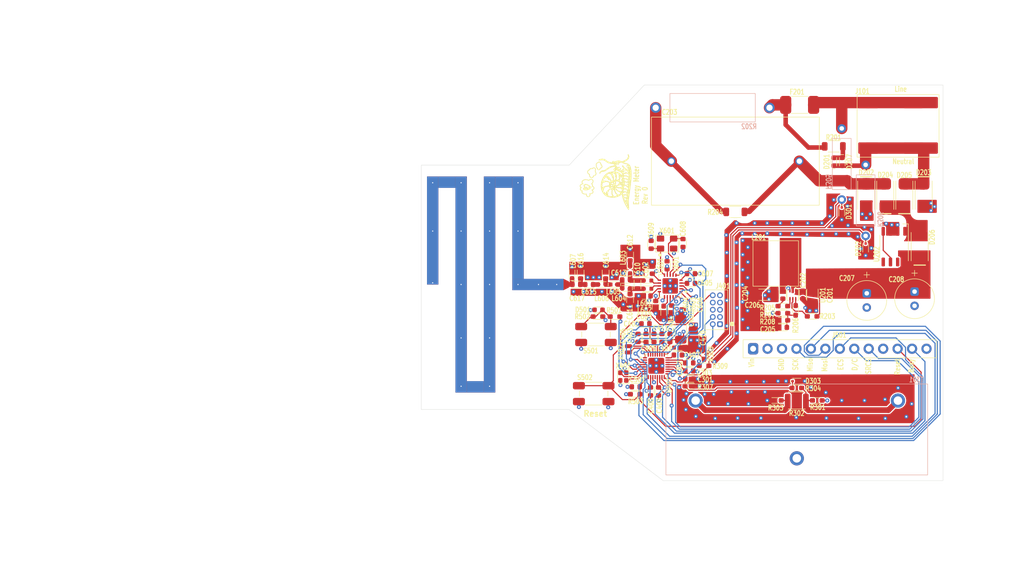
<source format=kicad_pcb>
(kicad_pcb (version 20240108) (generator "pcbnew") (generator_version "8.0")
  (title_block (title "Energy Meter") (date "2024-12-09") (rev "0"))
  (layers (0 "F.Cu" signal) (1 "In1.Cu" signal) (2 "In2.Cu" signal) (31 "B.Cu" signal) (34 "B.Paste" user) (35 "F.Paste" user) (36 "B.SilkS" user "B.Silkscreen") (37 "F.SilkS" user "F.Silkscreen") (38 "B.Mask" user) (39 "F.Mask" user) (44 "Edge.Cuts" user))
  (net 0 "")
  (net 1 "Net-(A601-Pad1)")
  (net 2 "GND")
  (net 3 "/Power/12V,50mA")
  (net 4 "Net-(C203-Pad1)")
  (net 5 "Net-(D202-K)")
  (net 6 "Net-(U201-SW)")
  (net 7 "Net-(C204-Pad1)")
  (net 8 "+3V")
  (net 9 "Net-(C205-Pad1)")
  (net 10 "/Microcontroller/Sense.Current")
  (net 11 "/Microcontroller/Sense.Line")
  (net 12 "+1.8V")
  (net 13 "/Microcontroller/Sense.Neutral")
  (net 14 "Net-(U401-DECOUPLE)")
  (net 15 "/HMI.Reset")
  (net 16 "Net-(U601-XOSC_Q1)")
  (net 17 "Net-(U601-XOSC_Q2)")
  (net 18 "Net-(C610-Pad2)")
  (net 19 "Net-(C610-Pad1)")
  (net 20 "Net-(C612-Pad1)")
  (net 21 "Net-(C613-Pad2)")
  (net 22 "Net-(C614-Pad1)")
  (net 23 "Net-(C615-Pad2)")
  (net 24 "Net-(C615-Pad1)")
  (net 25 "Net-(D201-A)")
  (net 26 "/Power/AC.Neutral")
  (net 27 "Net-(D204-K)")
  (net 28 "Net-(D501-A)")
  (net 29 "/Power/AC.Line")
  (net 30 "Net-(F201-Pad2)")
  (net 31 "Net-(J401-SWCLK)")
  (net 32 "Net-(J401-SWDIO)")
  (net 37 "/HMI.Busy")
  (net 39 "/HMI.ECS")
  (net 41 "/HMI.SRCS")
  (net 43 "/SPI.Mosi")
  (net 44 "/HMI.DC")
  (net 45 "/SPI.Miso")
  (net 46 "/SPI.SCK")
  (net 47 "Net-(U401-VREGSW)")
  (net 48 "Net-(U601-RF_P)")
  (net 49 "Net-(U601-RF_N)")
  (net 50 "Net-(U201-EN)")
  (net 51 "Net-(U201-BST)")
  (net 52 "Net-(U201-FB)")
  (net 53 "Net-(R301-Pad2)")
  (net 54 "Net-(R302-Pad2)")
  (net 55 "/HMI.LED")
  (net 56 "Net-(U601-RBIAS)")
  (net 59 "Net-(U202-D12)")
  (net 60 "/Radio.GDO2")
  (net 61 "/Radio.CS")
  (net 62 "/Radio.GDO0")
  (net 63 "Net-(U401-HFXTAL_O)")
  (net 64 "Net-(U401-PD00{slash}LFXTAL_O)")
  (net 65 "Net-(U401-PD01{slash}LFXTAL_I)")
  (net 67 "Net-(U401-HFXTAL_I)")
  (footprint "The_Parts_Library:C_0603" (layer "F.Cu") (at 114.6 75.4 90)
    (property "Reference" "C602")
    (property "Value" "100nF" (hide yes))
  )
  (footprint "The_Parts_Library:onsemi_DO-214AC" (layer "F.Cu") (at 152.2 62.29 -90)
    (property "Reference" "D202")
    (property "Value" "~" (hide yes))
  )
  (footprint "The_Parts_Library:L_0603" (layer "F.Cu") (at 113.75 78.75 180)
    (property "Reference" "L602")
    (property "Value" "12nH" (hide yes))
  )
  (footprint "The_Parts_Library:CK_PTS810" (layer "F.Cu") (at 104.3 97.2)
    (property "Reference" "S502")
    (property "Value" "~" (hide yes))
  )
  (footprint "The_Parts_Library:C_0603" (layer "F.Cu") (at 111.7 96 180)
    (property "Reference" "C501")
    (property "Value" "100nF" (hide yes))
  )
  (footprint "The_Parts_Library:onsemi_DO-214AC" (layer "F.Cu") (at 158.9 62.29 90)
    (property "Reference" "D205")
    (property "Value" "~" (hide yes))
  )
  (footprint "The_Parts_Library:LiteOn_LED0603" (layer "F.Cu") (at 148 56.4 -90)
    (property "Reference" "D207")
    (property "Value" "Green" (hide yes))
  )
  (footprint "The_Parts_Library:R_0603" (layer "F.Cu") (at 137.55 83.05 180)
    (property "Reference" "R207")
    (property "Value" "10k" (hide yes))
  )
  (footprint "The_Parts_Library:onsemi_SOD523" (layer "F.Cu") (at 152.1 71.55 -90)
    (property "Reference" "D302")
    (property "Value" "~" (hide yes))
  )
  (footprint "The_Parts_Library:Samtec_FTSH_10pin_Unshrouded" (layer "F.Cu") (at 125.865 82.44 90)
    (property "Reference" "J401")
    (property "Value" "~" (hide yes))
  )
  (footprint "The_Parts_Library:C_0603" (layer "F.Cu") (at 137.55 79.8 90)
    (property "Reference" "C204")
    (property "Value" "1uF" (hide yes))
  )
  (footprint "The_Parts_Library:R_0603" (layer "F.Cu") (at 137.55 81.8 180)
    (property "Reference" "R205")
    (property "Value" "10" (hide yes))
  )
  (footprint "The_Parts_Library:R_1210" (layer "F.Cu") (at 140 98.4 180)
    (property "Reference" "R302")
    (property "Value" "100" (hide yes))
  )
  (footprint "The_Parts_Library:C_0603" (layer "F.Cu") (at 103.5 78 180)
    (property "Reference" "C615")
    (property "Value" "100pF" (hide yes))
  )
  (footprint "The_Parts_Library:R_0603" (layer "F.Cu") (at 136.4 98.4 180)
    (property "Reference" "R303")
    (property "Value" "62k" (hide yes))
  )
  (footprint "The_Parts_Library:C_0603" (layer "F.Cu") (at 102 76.25 90)
    (property "Reference" "C616")
    (property "Value" "1pF" (hide yes))
  )
  (footprint "The_Parts_Library:onsemi_SOD523" (layer "F.Cu") (at 147.9 65.2 -90)
    (property "Reference" "D301")
    (property "Value" "~" (hide yes))
  )
  (footprint "The_Parts_Library:Vishay_L_3131" (layer "F.Cu") (at 136.3 74.3 180)
    (property "Reference" "L201")
    (property "Value" "L" (hide yes))
  )
  (footprint "The_Parts_Library:C_0603" (layer "F.Cu") (at 115.2 81.6 -90)
    (property "Reference" "C604")
    (property "Value" "100nF" (hide yes))
  )
  (footprint "The_Parts_Library:C_0603" (layer "F.Cu") (at 117.7 87.4 90)
    (property "Reference" "C404")
    (property "Value" "100nF" (hide yes))
  )
  (footprint "The_Parts_Library:C_0603" (layer "F.Cu") (at 113.6 80 180)
    (property "Reference" "C603")
    (property "Value" "100nF" (hide yes))
  )
  (footprint "The_Parts_Library:R_0603" (layer "F.Cu") (at 123.7 90.3 -90)
    (property "Reference" "R308")
    (property "Value" "6.8k" (hide yes))
  )
  (footprint "The_Parts_Library:C_0603" (layer "F.Cu") (at 121.4 77.8)
    (property "Reference" "C605")
    (property "Value" "100nF" (hide yes))
  )
  (footprint "The_Parts_Library:L_0603" (layer "F.Cu") (at 105.75 78 180)
    (property "Reference" "L606")
    (property "Value" "12nH" (hide yes))
  )
  (footprint "The_Parts_Library:C_0603" (layer "F.Cu") (at 121.1 93.2 180)
    (property "Reference" "C303")
    (property "Value" "1nF" (hide yes))
  )
  (footprint "The_Parts_Library:Abracon_ABM8" (layer "F.Cu") (at 117.2 70.8)
    (property "Reference" "X601")
    (property "Value" "27MHz" (hide yes))
  )
  (footprint "The_Parts_Library:L_0603" (layer "F.Cu") (at 119.1 89.1)
    (property "Reference" "L401")
    (property "Value" "2.2uH" (hide yes))
  )
  (footprint "The_Parts_Library:C_0603" (layer "F.Cu") (at 137.55 85.55 180)
    (property "Reference" "C205")
    (property "Value" "15pF" (hide yes))
  )
  (footprint "The_Parts_Library:onsemi_SOD523" (layer "F.Cu") (at 140 95)
    (property "Reference" "D303")
    (property "Value" "~" (hide yes))
  )
  (footprint "The_Parts_Library:C_1206" (layer "F.Cu") (at 142.75 79.8 -90)
    (property "Reference" "C201")
    (property "Value" "10uF" (hide yes))
  )
  (footprint "The_Parts_Library:Wurth_Radial_Cap_6.3MM" (layer "F.Cu") (at 160.7 80.5 -90)
    (property "Reference" "C208")
    (property "Value" "220uF" (hide yes))
  )
  (footprint "The_Parts_Library:C_0603" (layer "F.Cu") (at 141.05 79.8 -90)
    (property "Reference" "C202")
    (property "Value" "100nF" (hide yes))
  )
  (footprint "The_Parts_Library:R_0603" (layer "F.Cu") (at 121.2 95.9)
    (property "Reference" "R307")
    (property "Value" "20k" (hide yes))
  )
  (footprint "The_Parts_Library:onsemi_DO-214AC" (layer "F.Cu") (at 161.6 71.3375 90)
    (property "Reference" "D206")
    (property "Value" "~" (hide yes))
  )
  (footprint "The_Parts_Library:ECS_ECX-1637B" (layer "F.Cu") (at 109.5 94.2 90)
    (property "Reference" "X401")
    (property "Value" "38.4MHz" (hide yes))
  )
  (footprint "The_Parts_Library:C_0603" (layer "F.Cu") (at 110.7 80.4 90)
    (property "Reference" "C611")
    (property "Value" "1.5pF" (hide yes))
  )
  (footprint "The_Parts_Library:C_0603" (layer "F.Cu") (at 110.7 73.075 90)
    (property "Reference" "C612")
    (property "Value" "100pF" (hide yes))
  )
  (footprint "The_Parts_Library:C_0603" (layer "F.Cu") (at 116.3 87.4 90)
    (property "Reference" "C411")
    (property "Value" "100nF" (hide yes))
  )
  (footprint "The_Parts_Library:C_0603" (layer "F.Cu") (at 112 78 -90)
    (property "Reference" "C610")
    (property "Value" "1pF" (hide yes))
  )
  (footprint "The_Parts_Library:TDK_MPK_Polycap_22uF" (layer "F.Cu") (at 129.2 56.3)
    (property "Reference" "C203")
    (property "Value" "2.2uF" (hide yes))
  )
  (footprint "The_Parts_Library:R_0603" (layer "F.Cu") (at 143.6 98.4 180)
    (property "Reference" "R301")
    (property "Value" "12k" (hide yes))
  )
  (footprint "The_Parts_Library:C_0603" (layer "F.Cu") (at 121.1 94.6)
    (property "Reference" "C301")
    (property "Value" "1nF" (hide yes))
  )
  (footprint "The_Parts_Library:C_0603" (layer "F.Cu") (at 121.4 76.1)
    (property "Reference" "C607")
    (property "Value" "100nF" (hide yes))
  )
  (footprint "The_Parts_Library:TI_DN024_Single_Band" (layer "F.Cu") (at 100 78 90)
    (property "Reference" "A601" (hide yes))
    (property "Value" "~" (hide yes))
  )
  (footprint "The_Parts_Library:C_1206" (layer "F.Cu") (at 119.6 85.9 90)
    (property "Reference" "C401")
    (property "Value" "10uF" (hide yes))
  )
  (footprint "The_Parts_Library:Header_1x13" (layer "F.Cu") (at 147.56 89.3)
    (property "Reference" "J501")
    (property "Value" "~" (hide yes))
  )
  (footprint "The_Parts_Library:Bel_0679H" (layer "F.Cu") (at 140.5 46.4 180)
    (property "Reference" "F201")
    (property "Value" "2A" (hide yes))
  )
  (footprint "The_Parts_Library:C_0603" (layer "F.Cu") (at 112.1 87.4 90)
    (property "Reference" "C403")
    (property "Value" "1uF" (hide yes))
  )
  (footprint "The_Parts_Library:R_0603" (layer "F.Cu") (at 105.05 83.65 180)
    (property "Reference" "R502")
    (property "Value" "1k" (hide yes))
  )
  (footprint "The_Parts_Library:R_0603" (layer "F.Cu") (at 123.7 92.3)
    (property "Reference" "R309")
    (property "Value" "6.8k" (hide yes))
  )
  (footprint "The_Parts_Library:C_0603" (layer "F.Cu") (at 113.4 84.9 180)
    (property "Reference" "C402")
    (property "Value" "1uF" (hide yes))
  )
  (footprint "The_Parts_Library:R_1206" (layer "F.Cu") (at 146.5 53.7)
    (property "Reference" "R201")
    (property "Value" "200k" (hide yes))
  )
  (footprint "The_Parts_Library:R_0603" (layer "F.Cu") (at 108.05 83.65 180)
    (property "Reference" "R501")
    (property "Value" "100" (hide yes))
  )
  (footprint "The_Parts_Library:L_0603" (layer "F.Cu") (at 113.75 77.3 180)
    (property "Reference" "L601")
    (property "Value" "12nH" (hide yes))
  )
  (footprint "The_Parts_Library:C_0603" (layer "F.Cu") (at 114.9 87.4 90)
    (property "Reference" "C405")
    (property "Value" "100nF" (hide yes))
  )
  (footprint "The_Parts_Library:C_0603" (layer "F.Cu") (at 106.4 76.25 90)
    (property "Reference" "C614")
    (property "Value" "3.3pF" (hide yes))
  )
  (footprint "The_Parts_Library:SiLabs_VQFN32" (layer "F.Cu") (at 115.3 92.3)
    (property "Reference" "U401")
    (property "Value" "~" (hide yes))
  )
  (footprint "The_Parts_Library:L_0603" (layer "F.Cu") (at 110 78.7 180)
    (property "Reference" "L604")
    (property "Value" "18nH" (hide yes))
  )
  (footprint "The_Parts_Library:CK_PTS810" (layer "F.Cu") (at 104.7 86.8)
    (property "Reference" "S501")
    (property "Value" "~" (hide yes))
  )
  (footprint "The_Parts_Library:R_0603" (layer "F.Cu") (at 116.6 82.65 -90)
    (property "Reference" "R601")
    (property "Value" "56k" (hide yes))
  )
  (footprint "The_Parts_Library:C_0603" (layer "F.Cu") (at 113.5 87.4 90)
    (property "Reference" "C406")
    (property "Value" "100nF" (hide yes))
  )
  (footprint "The_Parts_Library:C_0603" (layer "F.Cu") (at 118 82.4 -90)
    (property "Reference" "C606")
    (property "Value" "100nF" (hide yes))
  )
  (footprint "The_Parts_Library:R_0603" (layer "F.Cu") (at 140 96.2 180)
    (property "Reference" "R304")
    (property "Value" "3.3k" (hide yes))
  )
  (footprint "The_Parts_Library:C_0603" (layer "F.Cu") (at 114.3 96.8 -90)
    (property "Reference" "C408")
    (property "Value" "100nF" (hide yes))
  )
  (footprint "The_Parts_Library:C_0805" (layer "F.Cu") (at 121.8 87.4 -90)
    (property "Reference" "C410")
    (property "Value" "4.7uF" (hide yes))
  )
  (footprint "The_Parts_Library:TI_QFN20_RGP" (layer "F.Cu") (at 117.75 78.25 180)
    (property "Reference" "U601")
    (property "Value" "~" (hide yes))
  )
  (footprint "The_Parts_Library:Microchip_SOIC_8" (layer "F.Cu") (at 157.1 71.3375 180)
    (property "Reference" "U202")
    (property "Value" "~" (hide yes))
  )
  (footprint "The_Parts_Library:R_0603" (layer "F.Cu") (at 139.8 82.55 -90)
    (property "Reference" "R206")
    (property "Value" "82k" (hide yes))
  )
  (footprint "The_Parts_Library:L_0603" (layer "F.Cu") (at 100.5 76.1875 90)
    (property "Reference" "L607")
    (property "Value" "12nH" (hide yes))
  )
  (footprint "The_Parts_Library:Monolithic_SOT563" (layer "F.Cu") (at 139.3 79.8 180)
    (property "Reference" "U201")
    (property "Value" "~" (hide yes))
  )
  (footprint "The_Parts_Library:LiteOn_LED0603" (layer "F.Cu") (at 105.15 82.45)
    (property "Reference" "D501")
    (property "Value" "Green" (hide yes))
  )
  (footprint "The_Parts_Library:L_0603" (layer "F.Cu") (at 107.95 78 180)
    (property "Reference" "L605")
    (property "Value" "12nH" (hide yes))
  )
  (footprint "The_Parts_Library:R_0603" (layer "F.Cu") (at 111.6 97.3)
    (property "Reference" "R503")
    (property "Value" "10k" (hide yes))
  )
  (footprint "The_Parts_Library:C_1206" (layer "F.Cu") (at 134.3 79.8)
    (property "Reference" "C206")
    (property "Value" "10uF" (hide yes))
  )
  (footprint "The_Parts_Library:C_0603" (layer "F.Cu") (at 101.25 78 180)
    (property "Reference" "C617")
    (property "Value" "1pF" (hide yes))
  )
  (footprint "The_Parts_Library:R_0603" (layer "F.Cu") (at 137.55 84.3 180)
    (property "Reference" "R208")
    (property "Value" "40.2k" (hide yes))
  )
  (footprint "The_Parts_Library:WAGO_2060-852998-404" (layer "F.Cu") (at 157.8 50 180)
    (property "Reference" "J101")
    (property "Value" "~" (hide yes))
  )
  (footprint "The_Parts_Library:onsemi_DO-214AC" (layer "F.Cu") (at 155.55 62.29 90)
    (property "Reference" "D204")
    (property "Value" "~" (hide yes))
  )
  (footprint "The_Parts_Library:C_0603" (layer "F.Cu") (at 115.7 96.8 -90)
    (property "Reference" "C409")
    (property "Value" "100nF" (hide yes))
  )
  (footprint "The_Parts_Library:R_0603" (layer "F.Cu") (at 142.7 83.6 180)
    (property "Reference" "R203")
    (property "Value" "100k" (hide yes))
  )
  (footprint "The_Parts_Library:Snaily" (layer "F.Cu") (at 111.210995 65.149647 90)
    (property "Reference" "GFX101" (hide yes))
    (property "Value" "~" (hide yes))
  )
  (footprint "The_Parts_Library:onsemi_DO-214AC" (layer "F.Cu") (at 162.3 62.29 -90)
    (property "Reference" "D203")
    (property "Value" "~" (hide yes))
  )
  (footprint "The_Parts_Library:C_0603" (layer "F.Cu") (at 121.1 91.8 180)
    (property "Reference" "C302")
    (property "Value" "1nF" (hide yes))
  )
  (footprint "The_Parts_Library:LiteOn_LED0603" (layer "F.Cu") (at 146.5 56.4 90)
    (property "Reference" "D201")
    (property "Value" "Green" (hide yes))
  )
  (footprint "The_Parts_Library:ECS_ECX-16" (layer "F.Cu") (at 110.4 89.4 -90)
    (property "Reference" "X402")
    (property "Value" "32.768kHz" (hide yes))
  )
  (footprint "The_Parts_Library:C_0603" (layer "F.Cu") (at 117.2 74.6 90)
    (property "Reference" "C601")
    (property "Value" "100nF" (hide yes))
  )
  (footprint "The_Parts_Library:C_0603" (layer "F.Cu") (at 114.4 71 90)
    (property "Reference" "C609")
    (property "Value" "15pF" (hide yes))
  )
  (footprint "The_Parts_Library:C_0603" (layer "F.Cu") (at 119.1 90.4)
    (property "Reference" "C407")
    (property "Value" "1uF" (hide yes))
  )
  (footprint "The_Parts_Library:L_0603" (layer "F.Cu") (at 110.7 75.325 90)
    (property "Reference" "L603")
    (property "Value" "18nH" (hide yes))
  )
  (footprint "The_Parts_Library:C_0603" (layer "F.Cu") (at 110 77.175 180)
    (property "Reference" "C613")
    (property "Value" "1.5pF" (hide yes))
  )
  (footprint "The_Parts_Library:Wurth_Radial_Cap_6.3MM" (layer "F.Cu") (at 152.3 80.8 -90)
    (property "Reference" "C207")
    (property "Value" "220uF" (hide yes))
  )
  (footprint "The_Parts_Library:R_1206" (layer "F.Cu") (at 129.2 65.225)
    (property "Reference" "R204")
    (property "Value" "200k" (hide yes))
  )
  (footprint "The_Parts_Library:C_0603" (layer "F.Cu") (at 120 70.7 -90)
    (property "Reference" "C608")
    (property "Value" "15pF" (hide yes))
  )
  (footprint "The_Parts_Library:Telema_AC1100" (layer "B.Cu") (at 140 103.5 180)
    (property "Reference" "T301")
    (property "Value" "~" (hide yes))
  )
  (footprint "The_Parts_Library:Yageo_MRF50" (layer "B.Cu") (at 152.1 63.2 -90)
    (property "Reference" "R306")
    (property "Value" "1.1M" (hide yes))
  )
  (footprint "The_Parts_Library:TE_NeohmRR" (layer "B.Cu") (at 125.2 46.9 180)
    (property "Reference" "R202")
    (property "Value" "22" (hide yes))
  )
  (footprint "The_Parts_Library:Yageo_MRF50" (layer "B.Cu") (at 147.9 56.8 -90)
    (property "Reference" "R305")
    (property "Value" "1.1M" (hide yes))
  )
  (gr_poly (pts (xy 74 100) (xy 100 100) (xy 116.5 112.5) (xy 165.7 112.5) (xy 165.7 42.9) (xy 113.2 42.9) (xy 100 57) (xy 74 57)) (stroke (width 0.05)) (fill none) (layer "Edge.Cuts"))
  (gr_text "Line" (at 157.1 44.15 0) (layer "F.SilkS") (effects (font (size 0.9 0.7) (thickness 0.153) (bold yes)) (justify left bottom)))
  (gr_text "D/C" (at 150.725 93.25 90) (layer "F.SilkS") (effects (font (size 0.9 0.7) (thickness 0.153) (bold yes)) (justify left bottom)))
  (gr_text "Reset" (at 158.225 94.025 90) (layer "F.SilkS") (effects (font (size 0.9 0.7) (thickness 0.153) (bold yes)) (justify left bottom)))
  (gr_text "Miso" (at 142.85 93.4 90) (layer "F.SilkS") (effects (font (size 0.9 0.7) (thickness 0.153) (bold yes)) (justify left bottom)))
  (gr_text "Rev 0" (at 113.85 63.95 90) (layer "F.SilkS") (effects (font (size 0.9 0.7) (thickness 0.153) (bold yes)) (justify left bottom)))
  (gr_text "Busy" (at 160.65 93.625 90) (layer "F.SilkS") (effects (font (size 0.9 0.7) (thickness 0.153) (bold yes)) (justify left bottom)))
  (gr_text "SCK" (at 140.3 93.2 90) (layer "F.SilkS") (effects (font (size 0.9 0.7) (thickness 0.153) (bold yes)) (justify left bottom)))
  (gr_text "GND" (at 137.8 93.25 90) (layer "F.SilkS") (effects (font (size 0.9 0.7) (thickness 0.153) (bold yes)) (justify left bottom)))
  (gr_text "ECS" (at 148.225 93.175 90) (layer "F.SilkS") (effects (font (size 0.9 0.7) (thickness 0.153) (bold yes)) (justify left bottom)))
  (gr_text "SRCS" (at 153.125 93.875 90) (layer "F.SilkS") (effects (font (size 0.9 0.7) (thickness 0.153) (bold yes)) (justify left bottom)))
  (gr_text "Reset" (at 102.4 101.3 0) (layer "F.SilkS") (effects (font (size 1 1) (thickness 0.2) (bold yes)) (justify left bottom)))
  (gr_text "Neutral" (at 156.725 56.875 0) (layer "F.SilkS") (effects (font (size 0.9 0.7) (thickness 0.153) (bold yes)) (justify left bottom)))
  (gr_text "Energy Meter" (at 112.325 64.075 90) (layer "F.SilkS") (effects (font (size 0.9 0.7) (thickness 0.153) (bold yes)) (justify left bottom)))
  (gr_text "Vin" (at 132.575 92.65 90) (layer "F.SilkS") (effects (font (size 0.9 0.7) (thickness 0.153)) (justify left bottom)))
  (gr_text "Mosi" (at 145.425 93.425 90) (layer "F.SilkS") (effects (font (size 0.9 0.7) (thickness 0.153) (bold yes)) (justify left bottom)))
  (segment (start 100.5 77.95) (end 100.55 78) (width 0.8) (layer "F.Cu") (net 1))
  (segment (start 100.55 78) (end 99.555 78) (width 0.8) (layer "F.Cu") (net 1))
  (segment (start 100.5 76.925) (end 100.5 77.95) (width 0.8) (layer "F.Cu") (net 1))
  (segment (start 114.7 94.285) (end 114.7 95) (width 0.2) (layer "F.Cu") (net 2))
  (segment (start 118.35 72.45) (end 118.4 72.5) (width 0.2) (layer "F.Cu") (net 2))
  (segment (start 135.1 80.6) (end 135.3 80.6) (width 0.2) (layer "F.Cu") (net 2))
  (segment (start 135.85 83.05) (end 135.8 83) (width 0.2) (layer "F.Cu") (net 2))
  (segment (start 142.3 82.6) (end 142.7 81.65) (width 0.2) (layer "F.Cu") (net 2))
  (segment (start 119.7 82.6) (end 119.6 83.2) (width 0.2) (layer "F.Cu") (net 2))
  (segment (start 112.7 84.9) (end 112 84.9) (width 0.2) (layer "F.Cu") (net 2))
  (segment (start 163.7 65.2) (end 163.8 65.1) (width 0.2) (layer "F.Cu") (net 2))
  (segment (start 152.1 72.3) (end 152.1 72.9) (width 0.2) (layer "F.Cu") (net 2))
  (segment (start 117.2 73.9) (end 117.2 73.2) (width 0.2) (layer "F.Cu") (net 2))
  (segment (start 110.7 81.1) (end 110.7 81.9) (width 0.2) (layer "F.Cu") (net 2))
  (segment (start 142.15 81.6) (end 141.05 80.5) (width 1) (layer "F.Cu") (net 2))
  (segment (start 119.6 84.1) (end 120.4 83.3) (width 0.2) (layer "F.Cu") (net 2))
  (segment (start 114.7 95) (end 114.9 95.2) (width 0.2) (layer "F.Cu") (net 2))
  (segment (start 118 83.7) (end 117.9 83.8) (width 0.2) (layer "F.Cu") (net 2))
  (segment (start 142 82.35) (end 142.75 81.6) (width 0.2) (layer "F.Cu") (net 2))
  (segment (start 135.1 79.2) (end 135.5 79.2) (width 0.2) (layer "F.Cu") (net 2))
  (segment (start 115.9 89.45361) (end 116.176805 89.176805) (width 0.2) (layer "F.Cu") (net 2))
  (segment (start 118.25 80.45) (end 118.8 81) (width 0.2) (layer "F.Cu") (net 2))
  (segment (start 118 83.1) (end 118 83.7) (width 0.2) (layer "F.Cu") (net 2))
  (segment (start 103.8 82.45) (end 103.75 82.5) (width 0.2) (layer "F.Cu") (net 2))
  (segment (start 114.9 86.7) (end 114.9 86) (width 0.2) (layer "F.Cu") (net 2))
  (segment (start 122.3 85.1) (end 121.8 85.4) (width 0.2) (layer "F.Cu") (net 2))
  (segment (start 120 71.4) (end 120 72.1) (width 0.2) (layer "F.Cu") (net 2))
  (segment (start 120.4 83.3) (end 120.4 83.1) (width 0.2) (layer "F.Cu") (net 2))
  (segment (start 109.775 92.775) (end 109.75 92.75) (width 0.2) (layer "F.Cu") (net 2))
  (segment (start 119.6 83.2) (end 119.6 84.1) (width 0.2) (layer "F.Cu") (net 2))
  (segment (start 108.975 95.675) (end 109 95.7) (width 0.2) (layer "F.Cu") (net 2))
  (segment (start 142.75 81.6) (end 142.15 81.6) (width 1) (layer "F.Cu") (net 2))
  (segment (start 101.7 98.6) (end 101.7 99.55) (width 0.2) (layer "F.Cu") (net 2))
  (segment (start 112.9 80) (end 112.2 80) (width 0.2) (layer "F.Cu") (net 2))
  (segment (start 115.9 90.315) (end 115.9 89.45361) (width 0.2) (layer "F.Cu") (net 2))
  (segment (start 113.5 86.7) (end 113.5 86) (width 0.2) (layer "F.Cu") (net 2))
  (segment (start 143.4 82.6) (end 143.4 82.25) (width 0.2) (layer "F.Cu") (net 2))
  (segment (start 151.5 64.99) (end 151.5 65.6) (width 0.2) (layer "F.Cu") (net 2))
  (segment (start 156.465 67.565) (end 156.465 68.6375) (width 0.2) (layer "F.Cu") (net 2))
  (segment (start 114.6 74.7) (end 114.6 74) (width 0.2) (layer "F.Cu") (net 2))
  (segment (start 116.75 80.45) (end 116.75 80.15) (width 0.2) (layer "F.Cu") (net 2))
  (segment (start 140.75 95) (end 141.4 95) (width 0.2) (layer "F.Cu") (net 2))
  (segment (start 114.4 70.3) (end 114.4 69.6) (width 0.2) (layer "F.Cu") (net 2))
  (segment (start 121.8 85.4) (end 121.8 86.1) (width 0.2) (layer "F.Cu") (net 2))
  (segment (start 110.7 72.55) (end 110.7 71.8) (width 0.2) (layer "F.Cu") (net 2))
  (segment (start 118.25 80.15) (end 118.25 80.45) (width 0.2) (layer "F.Cu") (net 2))
  (segment (start 119 83.5) (end 119 83.1) (width 0.2) (layer "F.Cu") (net 2))
  (segment (start 107.3 88.2) (end 107.3 89.2) (width 0.2) (layer "F.Cu") (net 2))
  (segment (start 135.55 98.4) (end 134.8 98.4) (width 0.2) (layer "F.Cu") (net 2))
  (segment (start 141.5 82.1) (end 142 82.35) (width 0.2) (layer "F.Cu") (net 2))
  (segment (start 136.7 83.05) (end 135.85 83.05) (width 0.2) (layer "F.Cu") (net 2))
  (segment (start 100.5 75.575) (end 100.5 74.9) (width 0.2) (layer "F.Cu") (net 2))
  (segment (start 134.4 79.9) (end 136 79.9) (width 0.2) (layer "F.Cu") (net 2))
  (segment (start 115.7 97.5) (end 115.7 98.4) (width 0.2) (layer "F.Cu") (net 2))
  (segment (start 143.4 82.25) (end 142.75 81.6) (width 0.2) (layer "F.Cu") (net 2))
  (segment (start 147.9 65.95) (end 147.9 66.6) (width 0.2) (layer "F.Cu") (net 2))
  (segment (start 152.9 64.99) (end 152.9 65.6) (width 0.2) (layer "F.Cu") (net 2))
  (segment (start 122.1 76.1) (end 122.9 76.1) (width 0.2) (layer "F.Cu") (net 2))
  (segment (start 156.7 67.5) (end 156.465 67.565) (width 0.2) (layer "F.Cu") (net 2))
  (segment (start 116.6 83.5) (end 116.6 84.3) (width 0.2) (layer "F.Cu") (net 2))
  (segment (start 121.8 85.5) (end 121.4 85.1) (width 0.2) (layer "F.Cu") (net 2))
  (segment (start 108.975 94.875) (end 108.975 95.675) (width 0.2) (layer "F.Cu") (net 2))
  (segment (start 106.9 99.55) (end 106.85 99.6) (width 0.2) (layer "F.Cu") (net 2))
  (segment (start 102.1 88.2) (end 102.1 89.3) (width 0.2) (layer "F.Cu") (net 2))
  (segment (start 102 75.55) (end 102 74.8) (width 0.2) (layer "F.Cu") (net 2))
  (segment (start 106.9 98.6) (end 106.9 99.55) (width 0.2) (layer "F.Cu") (net 2))
  (segment (start 116.05 69.15) (end 116 69.1) (width 0.2) (layer "F.Cu") (net 2))
  (segment (start 116.05 69.925) (end 116.05 69.15) (width 0.2) (layer "F.Cu") (net 2))
  (segment (start 152.2 64.29) (end 152.2 66.3) (width 0.2) (layer "F.Cu") (net 2))
  (segment (start 122.1 77.8) (end 122.9 77.8) (width 0.2) (layer "F.Cu") (net 2))
  (segment (start 119.8 90.4) (end 120.5 90.4) (width 0.2) (layer "F.Cu") (net 2))
  (segment (start 122.05 95.9) (end 122.9 95.9) (width 0.2) (layer "F.Cu") (net 2))
  (segment (start 121.8 94.6) (end 122.6 94.6) (width 0.2) (layer "F.Cu") (net 2))
  (segment (start 117.7 86.7) (end 117.7 86) (width 0.2) (layer "F.Cu") (net 2))
  (segment (start 104.45 82.45) (end 103.8 82.45) (width 0.2) (layer "F.Cu") (net 2))
  (segment (start 109.775 93.675) (end 109.775 92.775) (width 0.2) (layer "F.Cu") (net 2))
  (segment (start 135.3 80.6) (end 136.1 79.8) (width 0.2) (layer "F.Cu") (net 2))
  (segment (start 115.2 82.3) (end 115.2 83.1) (width 0.2) (layer "F.Cu") (net 2))
  (segment (start 118.35 71.675) (end 118.35 72.45) (width 0.2) (layer "F.Cu") (net 2))
  (segment (start 116.3 86.7) (end 116.3 86) (width 0.2) (layer "F.Cu") (net 2))
  (segment (start 112.1 86.7) (end 111.3 86.7) (width 0.2) (layer "F.Cu") (net 2))
  (segment (start 111 96) (end 110.25 96) (width 0.2) (layer "F.Cu") (net 2))
  (segment (start 138.8 78.95) (end 138.5 78.65) (width 0.2) (layer "F.Cu") (net 2))
  (segment (start 116.4 80.8) (end 116.75 80.45) (width 0.2) (layer "F.Cu") (net 2))
  (segment (start 114.3 97.5) (end 114.3 98.4) (width 0.2) (layer "F.Cu") (net 2))
  (segment (start 106.4 75.55) (end 106.4 74.8) (width 0.2) (layer "F.Cu") (net 2))
  (via (at 127.8 89.3) (size 0.7) (drill 0.3) (layers "F.Cu" "B.Cu") (net 2))
  (via (at 155.55 101.55) (size 0.7) (drill 0.3) (layers "F.Cu" "B.Cu") (net 2))
  (via (at 100.5 74.9) (size 0.7) (drill 0.3) (layers "F.Cu" "B.Cu") (net 2))
  (via (at 146.5 63.1) (size 0.7) (drill 0.3) (layers "F.Cu" "B.Cu") (net 2))
  (via (at 122.9 95.9) (size 0.7) (drill 0.3) (layers "F.Cu" "B.Cu") (net 2))
  (via (at 118.7 78.25) (size 0.7) (drill 0.3) (layers "F.Cu" "B.Cu") (net 2))
  (via (at 134.4 96.9) (size 0.7) (drill 0.3) (layers "F.Cu" "B.Cu") (net 2))
  (via (at 147.9 66.6) (size 0.7) (drill 0.3) (layers "F.Cu" "B.Cu") (net 2))
  (via (at 149 67.6) (size 0.7) (drill 0.3) (layers "F.Cu" "B.Cu") (net 2))
  (via (at 127.7 85.3) (size 0.7) (drill 0.3) (layers "F.Cu" "B.Cu") (net 2))
  (via (at 133.7 101.5) (size 0.7) (drill 0.3) (layers "F.Cu" "B.Cu") (net 2))
  (via (at 112.2 80) (size 0.7) (drill 0.3) (layers "F.Cu" "B.Cu") (net 2))
  (via (at 143.4 82.6) (size 0.7) (drill 0.3) (layers "F.Cu" "B.Cu") (net 2))
  (via (at 115.3 93.35) (size 0.7) (drill 0.3) (layers "F.Cu" "B.Cu") (net 2))
  (via (at 103.25 76.75) (size 0.7) (drill 0.3) (layers "F.Cu" "B.Cu") (net 2))
  (via (at 141.8 69.2) (size 0.7) (drill 0.3) (layers "F.Cu" "B.Cu") (net 2))
  (via (at 115.3 91.25) (size 0.7) (drill 0.3) (layers "F.Cu" "B.Cu") (net 2))
  (via (at 151.5 65.6) (size 0.7) (drill 0.3) (layers "F.Cu" "B.Cu") (net 2))
  (via (at 119 83.1) (size 0.7) (drill 0.3) (layers "F.Cu" "B.Cu") (net 2))
  (via (at 110.25 96) (size 0.7) (drill 0.3) (layers "F.Cu" "B.Cu") (net 2))
  (via (at 120 72.1) (size 0.7) (drill 0.3) (layers "F.Cu" "B.Cu") (net 2))
  (via (at 127.9 99) (size 0.7) (drill 0.3) (layers "F.Cu" "B.Cu") (net 2))
  (via (at 125.9 88.3) (size 0.7) (drill 0.3) (layers "F.Cu" "B.Cu") (net 2))
  (via (at 123.8 97.3) (size 0.7) (drill 0.3) (layers "F.Cu" "B.Cu") (net 2))
  (via (at 129.4 78.1) (size 0.7) (drill 0.3) (layers "F.Cu" "B.Cu") (net 2))
  (via (at 129.4 74.3) (size 0.7) (drill 0.3) (layers "F.Cu" "B.Cu") (net 2))
  (via (at 129.4 70.6) (size 0.7) (drill 0.3) (layers "F.Cu" "B.Cu") (net 2))
  (via (at 116 69.1) (size 0.7) (drill 0.3) (layers "F.Cu" "B.Cu") (net 2))
  (via (at 135.8 83) (size 0.7) (drill 0.3) (layers "F.Cu" "B.Cu") (net 2))
  (via (at 134.8 98.4) (size 0.7) (drill 0.3) (layers "F.Cu" "B.Cu") (net 2))
  (via (at 129.6 101.5) (size 0.7) (drill 0.3) (layers "F.Cu" "B.Cu") (net 2))
  (via (at 105.25 76.75) (size 0.7) (drill 0.3) (layers "F.Cu" "B.Cu") (net 2))
  (via (at 150.7 69.6) (size 0.7) (drill 0.3) (layers "F.Cu" "B.Cu") (net 2))
  (via (at 153.1 71.6) (size 0.7) (drill 0.3) (layers "F.Cu" "B.Cu") (net 2))
  (via (at 116.8 78.25) (size 0.7) (drill 0.3) (layers "F.Cu" "B.Cu") (net 2))
  (via (at 106.85 99.6) (size 0.7) (drill 0.3) (layers "F.Cu" "B.Cu") (net 2))
  (via (at 114.25 92.3) (size 0.7) (drill 0.3) (layers "F.Cu" "B.Cu") (net 2))
  (via (at 114.9 86) (size 0.7) (drill 0.3) (layers "F.Cu" "B.Cu") (net 2))
  (via (at 138.1 95) (size 0.7) (drill 0.3) (layers "F.Cu" "B.Cu") (net 2))
  (via (at 110.7 71.8) (size 0.7) (drill 0.3) (layers "F.Cu" "B.Cu") (net 2))
  (via (at 163.6 65) (size 0.7) (drill 0.3) (layers "F.Cu" "B.Cu") (net 2))
  (via (at 124.8 89.5) (size 0.7) (drill 0.3) (layers "F.Cu" "B.Cu") (net 2))
  (via (at 116.4 80.8) (size 0.7) (drill 0.3) (layers "F.Cu" "B.Cu") (net 2))
  (via (at 134.4 79.9) (size 0.7) (drill 0.3) (layers "F.Cu" "B.Cu") (net 2))
  (via (at 129.4 86.6) (size 0.7) (drill 0.3) (layers "F.Cu" "B.Cu") (net 2))
  (via (at 125.2 95.1) (size 0.7) (drill 0.3) (layers "F.Cu" "B.Cu") (net 2))
  (via (at 134.8 69) (size 0.7) (drill 0.3) (layers "F.Cu" "B.Cu") (net 2))
  (via (at 117.9 83.8) (size 0.7) (drill 0.3) (layers "F.Cu" "B.Cu") (net 2))
  (via (at 152.9 65.6) (size 0.7) (drill 0.3) (layers "F.Cu" "B.Cu") (net 2))
  (via (at 119.7 82.6) (size 0.7) (drill 0.3) (layers "F.Cu" "B.Cu") (net 2))
  (via (at 149.1 69.1) (size 0.7) (drill 0.3) (layers "F.Cu" "B.Cu") (net 2))
  (via (at 114.6 74) (size 0.7) (drill 0.3) (layers "F.Cu" "B.Cu") (net 2))
  (via (at 128.5 96.9) (size 0.7) (drill 0.3) (layers "F.Cu" "B.Cu") (net 2))
  (via (at 163.6 63.7) (size 0.7) (drill 0.3) (layers "F.Cu" "B.Cu") (net 2))
  (via (at 120.5 100) (size 0.7) (drill 0.3) (layers "F.Cu" "B.Cu") (net 2))
  (via (at 117.7 86) (size 0.7) (drill 0.3) (layers "F.Cu" "B.Cu") (net 2))
  (via (at 139.2 69.1) (size 0.7) (drill 0.3) (layers "F.Cu" "B.Cu") (net 2))
  (via (at 149.3 63) (size 0.7) (drill 0.3) (layers "F.Cu" "B.Cu") (net 2))
  (via (at 109.5 76) (size 0.7) (drill 0.3) (layers "F.Cu" "B.Cu") (net 2))
  (via (at 160.2 99) (size 0.7) (drill 0.3) (layers "F.Cu" "B.Cu") (net 2))
  (via (at 145.1 97) (size 0.7) (drill 0.3) (layers "F.Cu" "B.Cu") (net 2))
  (via (at 151.9 67.9) (size 0.7) (drill 0.3) (layers "F.Cu" "B.Cu") (net 2))
  (via (at 128.3 95.1) (size 0.7) (drill 0.3) (layers "F.Cu" "B.Cu") (net 2))
  (via (at 139.9 101.4) (size 0.7) (drill 0.3) (layers "F.Cu" "B.Cu") (net 2))
  (via (at 113.5 82.25) (size 0.7) (drill 0.3) (layers "F.Cu" "B.Cu") (net 2))
  (via (at 127.7 76.5) (size 0.7) (drill 0.3) (layers "F.Cu" "B.Cu") (net 2))
  (via (at 132.6 69.1) (size 0.7) (drill 0.3) (layers "F.Cu" "B.Cu") (net 2))
  (via (at 139.2 67.2) (size 0.7) (drill 0.3) (layers "F.Cu" "B.Cu") (net 2))
  (via (at 122.9 76.1) (size 0.7) (drill 0.3) (layers "F.Cu" "B.Cu") (net 2))
  (via (at 152.1 72.9) (size 0.7) (drill 0.3) (layers "F.Cu" "B.Cu") (net 2))
  (via (at 115.3 92.3) (size 0.7) (drill 0.3) (layers "F.Cu" "B.Cu") (net 2))
  (via (at 155.7 67.3) (size 0.7) (drill 0.3) (layers "F.Cu" "B.Cu") (net 2))
  (via (at 113.5 86) (size 0.7) (drill 0.3) (layers "F.Cu" "B.Cu") (net 2))
  (via (at 151.2 71.7) (size 0.7) (drill 0.3) (layers "F.Cu" "B.Cu") (net 2))
  (via (at 153.1 68.3) (size 0.7) (drill 0.3) (layers "F.Cu" "B.Cu") (net 2))
  (via (at 112 81.75) (size 0.7) (drill 0.3) (layers "F.Cu" "B.Cu") (net 2))
  (via (at 113.5 74.5) (size 0.7) (drill 0.3) (layers "F.Cu" "B.Cu") (net 2))
  (via (at 141.9 67.2) (size 0.7) (drill 0.3) (layers "F.Cu" "B.Cu") (net 2))
  (via (at 131.4 96.9) (size 0.7) (drill 0.3) (layers "F.Cu" "B.Cu") (net 2))
  (via (at 117.75 79.2) (size 0.7) (drill 0.3) (layers "F.Cu" "B.Cu") (net 2))
  (via (at 114.4 69.6) (size 0.7) (drill 0.3) (layers "F.Cu" "B.Cu") (net 2))
  (via (at 136.7 95) (size 0.7) (drill 0.3) (layers "F.Cu" "B.Cu") (net 2))
  (via (at 142.3 82.6) (size 0.7) (drill 0.3) (layers "F.Cu" "B.Cu") (net 2))
  (via (at 104 79.25) (size 0.7) (drill 0.3) (layers "F.Cu" "B.Cu") (net 2))
  (via (at 151.9 98.4) (size 0.7) (drill 0.3) (layers "F.Cu" "B.Cu") (net 2))
  (via (at 118.8 81) (size 0.7) (drill 0.3) (layers "F.Cu" "B.Cu") (net 2))
  (via (at 120.6 97.2) (size 0.7) (drill 0.3) (layers "F.Cu" "B.Cu") (net 2))
  (via (at 145.8 66) (size 0.7) (drill 0.3) (layers "F.Cu" "B.Cu") (net 2))
  (via (at 105.75 79.25) (size 0.7) (drill 0.3) (layers "F.Cu" "B.Cu") (net 2))
  (via (at 120.4 83.1) (size 0.7) (drill 0.3) (layers "F.Cu" "B.Cu") (net 2))
  (via (at 148.9 64.2) (size 0.7) (drill 0.3) (layers "F.Cu" "B.Cu") (net 2))
  (via (at 127.7 72.4) (size 0.7) (drill 0.3) (layers "F.Cu" "B.Cu") (net 2))
  (via (at 144.4 67.2) (size 0.7) (drill 0.3) (layers "F.Cu" "B.Cu") (net 2))
  (via (at 124.5 98.9) (size 0.7) (drill 0.3) (layers "F.Cu" "B.Cu") (net 2))
  (via (at 112 76) (size 0.7) (drill 0.3) (layers "F.Cu" "B.Cu") (net 2))
  (via (at 107.5 79.25) (size 0.7) (drill 0.3) (layers "F.Cu" "B.Cu") (net 2))
  (via (at 145.2 101.5) (size 0.7) (drill 0.3) (layers "F.Cu" "B.Cu") (net 2))
  (via (at 157.8 96.2) (size 0.7) (drill 0.3) (layers "F.Cu" "B.Cu") (net 2))
  (via (at 107.3 89.2) (size 0.7) (drill 0.3) (layers "F.Cu" "B.Cu") (net 2))
  (via (at 107.5 76.75) (size 0.7) (drill 0.3) (layers "F.Cu" "B.Cu") (net 2))
  (via (at 118.4 72.5) (size 0.7) (drill 0.3) (layers "F.Cu" "B.Cu") (net 2))
  (via (at 150.85 101.55) (size 0.7) (drill 0.3) (layers "F.Cu" "B.Cu") (net 2))
  (via (at 156.7 67.5) (size 0.7) (drill 0.3) (layers "F.Cu" "B.Cu") (net 2))
  (via (at 102.5 79.25) (size 0.7) (drill 0.3) (layers "F.Cu" "B.Cu") (net 2))
  (via (at 114.3 98.4) (size 0.7) (drill 0.3) (layers "F.Cu" "B.Cu") (net 2))
  (via (at 141.4 95) (size 0.7) (drill 0.3) (layers "F.Cu" "B.Cu") (net 2))
  (via (at 114.9 95.2) (size 0.7) (drill 0.3) (layers "F.Cu" "B.Cu") (net 2))
  (via (at 132.6 67.2) (size 0.7) (drill 0.3) (layers "F.Cu" "B.Cu") (net 2))
  (via (at 159.25 101.25) (size 0.7) (drill 0.3) (layers "F.Cu" "B.Cu") (net 2))
  (via (at 164.2 64.3) (size 0.7) (drill 0.3) (layers "F.Cu" "B.Cu") (net 2))
  (via (at 106.4 74.8) (size 0.7) (drill 0.3) (layers "F.Cu" "B.Cu") (net 2))
  (via (at 131.5 99) (size 0.7) (drill 0.3) (layers "F.Cu" "B.Cu") (net 2))
  (via (at 122.6 94.6) (size 0.7) (drill 0.3) (layers "F.Cu" "B.Cu") (net 2))
  (via (at 121.4 85.1) (size 0.7) (drill 0.3) (layers "F.Cu" "B.Cu") (net 2))
  (via (at 120.5 90.4) (size 0.7) (drill 0.3) (layers "F.Cu" "B.Cu") (net 2))
  (via (at 109.75 92.75) (size 0.7) (drill 0.3) (layers "F.Cu" "B.Cu") (net 2))
  (via (at 116.6 84.3) (size 0.7) (drill 0.3) (layers "F.Cu" "B.Cu") (net 2))
  (via (at 115.2 83.1) (size 0.7) (drill 0.3) (layers "F.Cu" "B.Cu") (net 2))
  (via (at 135.1 79.2) (size 0.7) (drill 0.3) (layers "F.Cu" "B.Cu") (net 2))
  (via (at 117.75 78.25) (size 0.7) (drill 0.3) (layers "F.Cu" "B.Cu") (net 2))
  (via (at 147.9 98.4) (size 0.7) (drill 0.3) (layers "F.Cu" "B.Cu") (net 2))
  (via (at 122.9 77.8) (size 0.7) (drill 0.3) (layers "F.Cu" "B.Cu") (net 2))
  (via (at 101.7 99.55) (size 0.7) (drill 0.3) (layers "F.Cu" "B.Cu") (net 2))
  (via (at 125.5 91.6) (size 0.7) (drill 0.3) (layers "F.Cu" "B.Cu") (net 2))
  (via (at 146.9 69.1) (size 0.7) (drill 0.3) (layers "F.Cu" "B.Cu") (net 2))
  (via (at 111.3 86.7) (size 0.7) (drill 0.3) (layers "F.Cu" "B.Cu") (net 2))
  (via (at 109 80) (size 0.7) (drill 0.3) (layers "F.Cu" "B.Cu") (net 2))
  (via (at 102.1 89.3) (size 0.7) (drill 0.3) (layers "F.Cu" "B.Cu") (net 2))
  (via (at 127.6 69.3) (size 0.7) (drill 0.3) (layers "F.Cu" "B.Cu") (net 2))
  (via (at 109.5 81.5) (size 0.7) (drill 0.3) (layers "F.Cu" "B.Cu") (net 2))
  (via (at 144.5 69.2) (size 0.7) (drill 0.3) (layers "F.Cu" "B.Cu") (net 2))
  (via (at 129.4 67.2) (size 0.7) (drill 0.3) (layers "F.Cu" "B.Cu") (net 2))
  (via (at 142.5 96.1) (size 0.7) (drill 0.3) (layers "F.Cu" "B.Cu") (net 2))
  (via (at 116.176805 89.176805) (size 0.7) (drill 0.3) (layers "F.Cu" "B.Cu") (net 2))
  (via (at 124.1 95.2) (size 0.7) (drill 0.3) (layers "F.Cu" "B.Cu") (net 2))
  (via (at 100.75 79.25) (size 0.7) (drill 0.3) (layers "F.Cu" "B.Cu") (net 2))
  (via (at 157.7 67.5) (size 0.7) (drill 0.3) (layers "F.Cu" "B.Cu") (net 2))
  (via (at 129.5 82.1) (size 0.7) (drill 0.3) (layers "F.Cu" "B.Cu") (net 2))
  (via (at 103.75 82.5) (size 0.7) (drill 0.3) (layers "F.Cu" "B.Cu") (net 2))
  (via (at 104.25 76.75) (size 0.7) (drill 0.3) (layers "F.Cu" "B.Cu") (net 2))
  (via (at 122.25 101.2) (size 0.7) (drill 0.3) (layers "F.Cu" "B.Cu") (net 2))
  (via (at 146 64.5) (size 0.7) (drill 0.3) (layers "F.Cu" "B.Cu") (net 2))
  (via (at 102 74.8) (size 0.7) (drill 0.3) (layers "F.Cu" "B.Cu") (net 2))
  (via (at 125.4 97.3) (size 0.7) (drill 0.3) (layers "F.Cu" "B.Cu") (net 2))
  (via (at 134.8 67.2) (size 0.7) (drill 0.3) (layers "F.Cu" "B.Cu") (net 2))
  (via (at 120.1 98.3) (size 0.7) (drill 0.3) (layers "F.Cu" "B.Cu") (net 2))
  (via (at 108.25 76.25) (size 0.7) (drill 0.3) (layers "F.Cu" "B.Cu") (net 2))
  (via (at 141.5 82.1) (size 0.7) (drill 0.3) (layers "F.Cu" "B.Cu") (net 2))
  (via (at 117.75 77.3) (size 0.7) (drill 0.3) (layers "F.Cu" "B.Cu") (net 2))
  (via (at 130.4 69) (size 0.7) (drill 0.3) (layers "F.Cu" "B.Cu") (net 2))
  (via (at 119.3 96.1) (size 0.7) (drill 0.3) (layers "F.Cu" "B.Cu") (net 2))
  (via (at 137.1 69.1) (size 0.7) (drill 0.3) (layers "F.Cu" "B.Cu") (net 2))
  (via (at 116.3 86) (size 0.7) (drill 0.3) (layers "F.Cu" "B.Cu") (net 2))
  (via (at 122.3 85.1) (size 0.7) (drill 0.3) (layers "F.Cu" "B.Cu") (net 2))
  (via (at 127.7 80.8) (size 0.7) (drill 0.3) (layers "F.Cu" "B.Cu") (net 2))
  (via (at 155.5 98.2) (size 0.7) (drill 0.3) (layers "F.Cu" "B.Cu") (net 2))
  (via (at 152.2 66.3) (size 0.7) (drill 0.3) (layers "F.Cu" "B.Cu") (net 2))
  (via (at 137.1 67.2) (size 0.7) (drill 0.3) (layers "F.Cu" "B.Cu") (net 2))
  (via (at 117.2 73.2) (size 0.7) (drill 0.3) (layers "F.Cu" "B.Cu") (net 2))
  (via (at 146.2 67.7) (size 0.7) (drill 0.3) (layers "F.Cu" "B.Cu") (net 2))
  (via (at 112 84.9) (size 0.7) (drill 0.3) (layers "F.Cu" "B.Cu") (net 2))
  (via (at 115.7 98.4) (size 0.7) (drill 0.3) (layers "F.Cu" "B.Cu") (net 2))
  (via (at 131.2 95.1) (size 0.7) (drill 0.3) (layers "F.Cu" "B.Cu") (net 2))
  (via (at 138.5 78.65) (size 0.7) (drill 0.3) (layers "F.Cu" "B.Cu") (net 2))
  (via (at 112.75 76) (size 0.7) (drill 0.3) (layers "F.Cu" "B.Cu") (net 2))
  (via (at 109 95.7) (size 0.7) (drill 0.3) (layers "F.Cu" "B.Cu") (net 2))
  (via (at 125.65 101.55) (size 0.7) (drill 0.3) (layers "F.Cu" "B.Cu") (net 2))
  (via (at 134.2 95.1) (size 0.7) (drill 0.3) (layers "F.Cu" "B.Cu") (net 2))
  (via (at 116.35 92.3) (size 0.7) (drill 0.3) (layers "F.Cu" "B.Cu") (net 2))
  (via (at 135.1 80.6) (size 0.7) (drill 0.3) (layers "F.Cu" "B.Cu") (net 2))
  (via (at 110.7 81.9) (size 0.7) (drill 0.3) (layers "F.Cu" "B.Cu") (net 2))
  (segment (start 144 79.25) (end 142.75 78) (width 0.2) (layer "F.Cu") (net 3))
  (segment (start 144 83.15) (end 144 79.25) (width 0.2) (layer "F.Cu") (net 3))
  (segment (start 143.55 83.6) (end 144 83.15) (width 0.2) (layer "F.Cu") (net 3))
  (segment (start 115.2 53.55) (end 117.95 56.3) (width 2) (layer "F.Cu") (net 4))
  (segment (start 115.2 46.9) (end 115.2 53.55) (width 2) (layer "F.Cu") (net 4))
  (segment (start 126.75 65.1) (end 117.95 56.3) (width 1) (layer "F.Cu") (net 4))
  (segment (start 127.6 65.1) (end 126.75 65.1) (width 1) (layer "F.Cu") (net 4))
  (segment (start 143.9 59.75) (end 140.45 56.3) (width 2) (layer "F.Cu") (net 5))
  (segment (start 152.2 60.29) (end 149.382641 60.29) (width 2) (layer "F.Cu") (net 5))
  (segment (start 149.382641 60.29) (end 148.842641 59.75) (width 2) (layer "F.Cu") (net 5))
  (segment (start 148.842641 59.75) (end 143.9 59.75) (width 2) (layer "F.Cu") (net 5))
  (segment (start 155.55 60.29) (end 152.2 60.29) (width 2) (layer "F.Cu") (net 5))
  (segment (start 131.65 65.1) (end 140.45 56.3) (width 1) (layer "F.Cu") (net 5))
  (segment (start 130.8 65.1) (end 131.65 65.1) (width 1) (layer "F.Cu") (net 5))
  (segment (start 137.55 80.95) (end 136.7 81.8) (width 0.2) (layer "F.Cu") (net 7))
  (segment (start 137.55 80.5) (end 137.55 80.95) (width 0.2) (layer "F.Cu") (net 7))
  (segment (start 116.3 89.90214) (end 117.7 88.50214) (width 0.2) (layer "F.Cu") (net 8))
  (segment (start 118.55 82.25) (end 118 81.7) (width 0.2) (layer "F.Cu") (net 8))
  (segment (start 114 84.8) (end 114 84.1) (width 0.2) (layer "F.Cu") (net 8))
  (segment (start 114.85 76.1) (end 115.3 75.65) (width 0.2) (layer "F.Cu") (net 8))
  (segment (start 118.1 87.7) (end 117.7 88.1) (width 0.2) (layer "F.Cu") (net 8))
  (segment (start 105.9 83.78023) (end 106.386701 84.266931) (width 0.2) (layer "F.Cu") (net 8))
  (segment (start 117.25 76.35) (end 117.25 75.35) (width 0.2) (layer "F.Cu") (net 8))
  (segment (start 116.3 90.315) (end 116.3 89.90214) (width 0.2) (layer "F.Cu") (net 8))
  (segment (start 111.15 87.95) (end 111.55 88.1) (width 0.2) (layer "F.Cu") (net 8))
  (segment (start 117.7 88.50214) (end 117.7 88.1) (width 0.2) (layer "F.Cu") (net 8))
  (segment (start 118.9 82.25) (end 118.55 82.25) (width 0.2) (layer "F.Cu") (net 8))
  (segment (start 114.2 85.6) (end 114.2 87.4) (width 0.2) (layer "F.Cu") (net 8))
  (segment (start 119.65 77.75) (end 120.65 77.75) (width 0.2) (layer "F.Cu") (net 8))
  (segment (start 114.2 87.4) (end 114.9 88.1) (width 0.2) (layer "F.Cu") (net 8))
  (segment (start 120.1 86.3) (end 120.1 87.2) (width 0.2) (layer "F.Cu") (net 8))
  (segment (start 117.2 74.804134) (end 117.204134 74.8) (width 0.2) (layer "F.Cu") (net 8))
  (segment (start 115.55 78.75) (end 115.85 78.75) (width 0.2) (layer "F.Cu") (net 8))
  (segment (start 117.2 75.3) (end 117.2 74.804134) (width 0.2) (layer "F.Cu") (net 8))
  (segment (start 114.3 80) (end 114.3 80.55) (width 0.2) (layer "F.Cu") (net 8))
  (segment (start 136.85 85.55) (end 136.85 84.45) (width 0.2) (layer "F.Cu") (net 8))
  (segment (start 119.6 87.7) (end 118.1 87.7) (width 0.2) (layer "F.Cu") (net 8))
  (segment (start 117.75 80.15) (end 117.75 81.45) (width 0.2) (layer "F.Cu") (net 8))
  (segment (start 115.1 90.315) (end 115.1 88.3) (width 0.2) (layer "F.Cu") (net 8))
  (segment (start 114.3 80.55) (end 114.05 80.8) (width 0.2) (layer "F.Cu") (net 8))
  (segment (start 120.7 77.7) (end 121.2 77.2) (width 0.2) (layer "F.Cu") (net 8))
  (segment (start 115.85 79.25) (end 115.85 80.25) (width 0.2) (layer "F.Cu") (net 8))
  (segment (start 120.7 75.85) (end 121.25 75.3) (width 0.2) (layer "F.Cu") (net 8))
  (segment (start 119.65 77.25) (end 119.65 77.15) (width 0.2) (layer "F.Cu") (net 8))
  (segment (start 111.55 88.1) (end 112.1 88.1) (width 0.2) (layer "F.Cu") (net 8))
  (segment (start 115.75 77.25) (end 114.6 76.1) (width 0.2) (layer "F.Cu") (net 8))
  (segment (start 115.85 80.25) (end 115.2 80.9) (width 0.2) (layer "F.Cu") (net 8))
  (segment (start 119.4 86.7) (end 119.4 87.5) (width 0.2) (layer "F.Cu") (net 8))
  (segment (start 115.2 80.9) (end 115.2 80) (width 0.2) (layer "F.Cu") (net 8))
  (segment (start 145.35 98.4) (end 144.45 98.4) (width 0.2) (layer "F.Cu") (net 8))
  (segment (start 114.7 89.3) (end 113.5 88.1) (width 0.2) (layer "F.Cu") (net 8))
  (segment (start 110.75 97.3) (end 110 97.3) (width 0.2) (layer "F.Cu") (net 8))
  (segment (start 119.65 77.15) (end 120.7 76.1) (width 0.2) (layer "F.Cu") (net 8))
  (segment (start 114 85.4) (end 114.2 85.6) (width 0.2) (layer "F.Cu") (net 8))
  (segment (start 113.5 88.1) (end 112.1 88.1) (width 0.2) (layer "F.Cu") (net 8))
  (segment (start 114.7 90.315) (end 114.7 89.3) (width 0.2) (layer "F.Cu") (net 8))
  (segment (start 114.3 80) (end 115.55 78.75) (width 0.2) (layer "F.Cu") (net 8))
  (via (at 121.2 77.2) (size 0.7) (drill 0.3) (layers "F.Cu" "B.Cu") (net 8))
  (via (at 131.4 74.05) (size 0.7) (drill 0.3) (layers "F.Cu" "B.Cu") (net 8))
  (via (at 131.4 71.45) (size 0.7) (drill 0.3) (layers "F.Cu" "B.Cu") (net 8))
  (via (at 114 84.1) (size 0.7) (drill 0.3) (layers "F.Cu" "B.Cu") (net 8))
  (via (at 130.5 70.25) (size 0.7) (drill 0.3) (layers "F.Cu" "B.Cu") (net 8))
  (via (at 119.4 86.7) (size 0.7) (drill 0.3) (layers "F.Cu" "B.Cu") (net 8))
  (via (at 130.5 84.15) (size 0.7) (drill 0.3) (layers "F.Cu" "B.Cu") (net 8))
  (via (at 130.5 72.75) (size 0.7) (drill 0.3) (layers "F.Cu" "B.Cu") (net 8))
  (via (at 120.1 86.3) (size 0.7) (drill 0.3) (layers "F.Cu" "B.Cu") (net 8))
  (via (at 145.35 98.4) (size 0.7) (drill 0.3) (layers "F.Cu" "B.Cu") (net 8))
  (via (at 115.2 80) (size 0.7) (drill 0.3) (layers "F.Cu" "B.Cu") (net 8))
  (via (at 110 97.3) (size 0.7) (drill 0.3) (layers "F.Cu" "B.Cu") (net 8))
  (via (at 131.4 85.65) (size 0.7) (drill 0.3) (layers "F.Cu" "B.Cu") (net 8))
  (via (at 130.45 81.05) (size 0.7) (drill 0.3) (layers "F.Cu" "B.Cu") (net 8))
  (via (at 131.35 76.8) (size 0.7) (drill 0.3) (layers "F.Cu" "B.Cu") (net 8))
  (via (at 111.15 87.95) (size 0.7) (drill 0.3) (layers "F.Cu" "B.Cu") (net 8))
  (via (at 131.35 82.6) (size 0.7) (drill 0.3) (layers "F.Cu" "B.Cu") (net 8))
  (via (at 131.35 79.5) (size 0.7) (drill 0.3) (layers "F.Cu" "B.Cu") (net 8))
  (via (at 130.45 78.05) (size 0.7) (drill 0.3) (layers "F.Cu" "B.Cu") (net 8))
  (via (at 115.3 75.65) (size 0.7) (drill 0.3) (layers "F.Cu" "B.Cu") (net 8))
  (via (at 117.204134 74.8) (size 0.7) (drill 0.3) (layers "F.Cu" "B.Cu") (net 8))
  (via (at 114.05 80.8) (size 0.7) (drill 0.3) (layers "F.Cu" "B.Cu") (net 8))
  (via (at 106.386701 84.266931) (size 0.7) (drill 0.3) (layers "F.Cu" "B.Cu") (net 8))
  (via (at 130.5 75.4) (size 0.7) (drill 0.3) (layers "F.Cu" "B.Cu") (net 8))
  (via (at 118.9 82.25) (size 0.7) (drill 0.3) (layers "F.Cu" "B.Cu") (net 8))
  (via (at 121.25 75.3) (size 0.7) (drill 0.3) (layers "F.Cu" "B.Cu") (net 8))
  (segment (start 138.25 85.55) (end 138.25 84.45) (width 0.2) (layer "F.Cu") (net 9))
  (segment (start 138.4 84.3) (end 138.4 83.05) (width 0.2) (layer "F.Cu") (net 9))
  (segment (start 139.8 83.4) (end 138.75 83.4) (width 0.2) (layer "F.Cu") (net 9))
  (segment (start 138.75 83.4) (end 138.4 83.05) (width 0.2) (layer "F.Cu") (net 9))
  (segment (start 118.75 94.9) (end 118 94.9) (width 0.2) (layer "F.Cu") (net 10))
  (segment (start 121.05 96.6) (end 125.6 96.6) (width 0.2) (layer "F.Cu") (net 10))
  (segment (start 119.85 95.15) (end 119 95.15) (width 0.2) (layer "F.Cu") (net 10))
  (segment (start 139.25 95) (end 139.25 96.1) (width 0.2) (layer "F.Cu") (net 10))
  (segment (start 120.4 94.6) (end 120.4 95.85) (width 0.2) (layer "F.Cu") (net 10))
  (segment (start 125.6 96.6) (end 126 96.2) (width 0.2) (layer "F.Cu") (net 10))
  (segment (start 119 95.15) (end 118.75 94.9) (width 0.2) (layer "F.Cu") (net 10))
  (segment (start 120.35 95.9) (end 121.05 96.6) (width 0.2) (layer "F.Cu") (net 10))
  (segment (start 117.285 94.185) (end 117.285 93.7) (width 0.2) (layer "F.Cu") (net 10))
  (segment (start 118 94.9) (end 117.285 94.185) (width 0.2) (layer "F.Cu") (net 10))
  (segment (start 126 96.2) (end 139.15 96.2) (width 0.2) (layer "F.Cu") (net 10))
  (segment (start 120.4 94.6) (end 119.85 95.15) (width 0.2) (layer "F.Cu") (net 10))
  (segment (start 147.9 64.45) (end 147.9 63.05) (width 0.2) (layer "F.Cu") (net 11))
  (segment (start 121.651471 90.3) (end 122.85 90.3) (width 0.2) (layer "F.Cu") (net 11))
  (segment (start 124.05 91.15) (end 123.7 91.15) (width 0.2) (layer "F.Cu") (net 11))
  (segment (start 146.85 66.05) (end 144.9 68) (width 0.2) (layer "F.Cu") (net 11))
  (segment (start 120.6 91.6) (end 120.6 91.351471) (width 0.2) (layer "F.Cu") (net 11))
  (segment (start 128.4 69.2) (end 128.4 86.8) (width 0.2) (layer "F.Cu") (net 11))
  (segment (start 128.4 86.8) (end 124.05 91.15) (width 0.2) (layer "F.Cu") (net 11))
  (segment (start 147.9 63.05) (end 146.85 64.1) (width 0.2) (layer "F.Cu") (net 11))
  (segment (start 119.9 91.3) (end 120.4 91.8) (width 0.2) (layer "F.Cu") (net 11))
  (segment (start 122.85 90.3) (end 123.7 91.15) (width 0.2) (layer "F.Cu") (net 11))
  (segment (start 144.9 68) (end 129.6 68) (width 0.2) (layer "F.Cu") (net 11))
  (segment (start 146.85 64.1) (end 146.85 66.05) (width 0.2) (layer "F.Cu") (net 11))
  (segment (start 129.6 68) (end 128.4 69.2) (width 0.2) (layer "F.Cu") (net 11))
  (segment (start 120.6 91.351471) (end 121.651471 90.3) (width 0.2) (layer "F.Cu") (net 11))
  (segment (start 117.285 91.3) (end 119.9 91.3) (width 0.2) (layer "F.Cu") (net 11))
  (segment (start 121.8 93.2) (end 122.4 93.2) (width 0.2) (layer "F.Cu") (net 12))
  (segment (start 114.2 96.1) (end 113.6 96.7) (width 0.2) (layer "F.Cu") (net 12))
  (segment (start 121.8 91.8) (end 121.8 91) (width 0.2) (layer "F.Cu") (net 12))
  (segment (start 122.85 91.55) (end 122.8 91.5) (width 0.2) (layer "F.Cu") (net 12))
  (segment (start 122.85 92.3) (end 122.85 91.55) (width 0.2) (layer "F.Cu") (net 12))
  (segment (start 117.4 97.35) (end 116.95 97.35) (width 0.2) (layer "F.Cu") (net 12))
  (segment (start 114.3 95.7) (end 114.3 94.285) (width 0.2) (layer "F.Cu") (net 12))
  (segment (start 116.302084 88.1) (end 116.777847 88.575763) (width 0.2) (layer "F.Cu") (net 12))
  (segment (start 115.5 88.9) (end 116.3 88.1) (width 0.2) (layer "F.Cu") (net 12))
  (segment (start 122.4 93.2) (end 122.5 93.3) (width 0.2) (layer "F.Cu") (net 12))
  (segment (start 115.5 90.315) (end 115.5 88.9) (width 0.2) (layer "F.Cu") (net 12))
  (segment (start 116.95 97.35) (end 115.7 96.1) (width 0.2) (layer "F.Cu") (net 12))
  (segment (start 115.5 94.285) (end 115.5 95.9) (width 0.2) (layer "F.Cu") (net 12))
  (via (at 122.9 88.8) (size 0.7) (drill 0.3) (layers "F.Cu" "B.Cu") (net 12))
  (via (at 122.5 93.3) (size 0.7) (drill 0.3) (layers "F.Cu" "B.Cu") (net 12))
  (via (at 121.8 91) (size 0.7) (drill 0.3) (layers "F.Cu" "B.Cu") (net 12))
  (via (at 122.6 89.7) (size 0.7) (drill 0.3) (layers "F.Cu" "B.Cu") (net 12))
  (via (at 117.4 97.35) (size 0.7) (drill 0.3) (layers "F.Cu" "B.Cu") (net 12))
  (via (at 122.5 87.8) (size 0.7) (drill 0.3) (layers "F.Cu" "B.Cu") (net 12))
  (via (at 116.777847 88.575763) (size 0.7) (drill 0.3) (layers "F.Cu" "B.Cu") (net 12))
  (via (at 121.4 87.8) (size 0.7) (drill 0.3) (layers "F.Cu" "B.Cu") (net 12))
  (via (at 122.8 91.5) (size 0.7) (drill 0.3) (layers "F.Cu" "B.Cu") (net 12))
  (via (at 113.6 96.7) (size 0.7) (drill 0.3) (layers "F.Cu" "B.Cu") (net 12))
  (segment (start 119.75 92) (end 119.75 92.55) (width 0.2) (layer "F.Cu") (net 13))
  (segment (start 119.45 91.7) (end 119.75 92) (width 0.2) (layer "F.Cu") (net 13))
  (segment (start 129.8 68.4) (end 128.75 69.45) (width 0.2) (layer "F.Cu") (net 13))
  (segment (start 152.1 69.45) (end 151.05 68.4) (width 0.2) (layer "F.Cu") (net 13))
  (segment (start 120.4 93.2) (end 121.1 93.9) (width 0.2) (layer "F.Cu") (net 13))
  (segment (start 151.05 68.4) (end 129.8 68.4) (width 0.2) (layer "F.Cu") (net 13))
  (segment (start 124.55 91.45) (end 124.55 92.3) (width 0.2) (layer "F.Cu") (net 13))
  (segment (start 122.95 93.9) (end 124.35 92.5) (width 0.2) (layer "F.Cu") (net 13))
  (segment (start 121.1 93.9) (end 122.95 93.9) (width 0.2) (layer "F.Cu") (net 13))
  (segment (start 117.285 91.7) (end 119.45 91.7) (width 0.2) (layer "F.Cu") (net 13))
  (segment (start 128.75 69.45) (end 128.75 87.25) (width 0.2) (layer "F.Cu") (net 13))
  (segment (start 128.75 87.25) (end 124.55 91.45) (width 0.2) (layer "F.Cu") (net 13))
  (segment (start 152.1 70.8) (end 152.1 69.45) (width 0.2) (layer "F.Cu") (net 13))
  (segment (start 119.75 92.55) (end 120.4 93.2) (width 0.2) (layer "F.Cu") (net 13))
  (segment (start 117.9 90.9) (end 118.4 90.4) (width 0.2) (layer "F.Cu") (net 14))
  (segment (start 117.285 90.9) (end 117.9 90.9) (width 0.2) (layer "F.Cu") (net 14))
  (segment (start 113.9 94.285) (end 112.4 95.785) (width 0.2) (layer "F.Cu") (net 15))
  (segment (start 161.85 93.43) (end 157.72 89.3) (width 0.2) (layer "F.Cu") (net 15))
  (segment (start 111.5 98.25) (end 112.45 97.3) (width 0.2) (layer "F.Cu") (net 15))
  (segment (start 109.35 98.25) (end 111.5 98.25) (width 0.2) (layer "F.Cu") (net 15))
  (segment (start 106.9 95.8) (end 107.75 94.95) (width 0.2) (layer "F.Cu") (net 15))
  (segment (start 112.45 98.45) (end 116.95 102.95) (width 0.2) (layer "F.Cu") (net 15))
  (segment (start 115.95 85.05) (end 120.49853 85.05) (width 0.2) (layer "F.Cu") (net 15))
  (segment (start 123.4 81.15) (end 124.65 79.9) (width 0.2) (layer "F.Cu") (net 15))
  (segment (start 109.05 89.1) (end 109.05 86.7) (width 0.2) (layer "F.Cu") (net 15))
  (segment (start 112.3 83.45) (end 114.35 83.45) (width 0.2) (layer "F.Cu") (net 15))
  (segment (start 109.05 86.7) (end 112.3 83.45) (width 0.2) (layer "F.Cu") (net 15))
  (segment (start 116.95 102.95) (end 160.75 102.95) (width 0.2) (layer "F.Cu") (net 15))
  (segment (start 124.65 79.9) (end 125.23 79.9) (width 0.2) (layer "F.Cu") (net 15))
  (segment (start 112.45 97.3) (end 112.45 96.05) (width 0.2) (layer "F.Cu") (net 15))
  (segment (start 120.49853 85.05) (end 123.4 82.14853) (width 0.2) (layer "F.Cu") (net 15))
  (segment (start 101.7 95.8) (end 106.9 95.8) (width 0.2) (layer "F.Cu") (net 15))
  (segment (start 112.45 97.3) (end 112.45 98.45) (width 0.2) (layer "F.Cu") (net 15))
  (segment (start 160.75 102.95) (end 161.85 101.85) (width 0.2) (layer "F.Cu") (net 15))
  (segment (start 106.9 95.8) (end 109.35 98.25) (width 0.2) (layer "F.Cu") (net 15))
  (segment (start 114.35 83.45) (end 115.95 85.05) (width 0.2) (layer "F.Cu") (net 15))
  (segment (start 161.85 101.85) (end 161.85 93.43) (width 0.2) (layer "F.Cu") (net 15))
  (segment (start 107.75 94.95) (end 107.75 90.4) (width 0.2) (layer "F.Cu") (net 15))
  (segment (start 123.4 82.14853) (end 123.4 81.15) (width 0.2) (layer "F.Cu") (net 15))
  (segment (start 107.75 90.4) (end 109.05 89.1) (width 0.2) (layer "F.Cu") (net 15))
  (segment (start 118.35 69.925) (end 119.925 69.925) (width 0.2) (layer "F.Cu") (net 16))
  (segment (start 117.75 76.35) (end 117.75 75.841938) (width 0.2) (layer "F.Cu") (net 16))
  (segment (start 118.295969 75.295969) (end 118.295969 73.387907) (width 0.2) (layer "F.Cu") (net 16))
  (segment (start 117.45 72.541938) (end 117.45 70.825) (width 0.2) (layer "F.Cu") (net 16))
  (segment (start 117.75 75.841938) (end 118.295969 75.295969) (width 0.2) (layer "F.Cu") (net 16))
  (segment (start 118.295969 73.387907) (end 117.45 72.541938) (width 0.2) (layer "F.Cu") (net 16))
  (segment (start 117.45 70.825) (end 118.35 69.925) (width 0.2) (layer "F.Cu") (net 16))
  (segment (start 116.05 71.675) (end 114.775 71.675) (width 0.2) (layer "F.Cu") (net 17))
  (segment (start 116.05 75.65) (end 116.05 71.675) (width 0.2) (layer "F.Cu") (net 17))
  (segment (start 116.75 76.35) (end 116.05 75.65) (width 0.2) (layer "F.Cu") (net 17))
  (segment (start 110.725 78.75) (end 110.675 78.7) (width 0.8) (layer "F.Cu") (net 18))
  (segment (start 110.675 79.675) (end 110.7 79.7) (width 0.8) (layer "F.Cu") (net 18))
  (segment (start 113.075 78.75) (end 110.725 78.75) (width 0.8) (layer "F.Cu") (net 18))
  (segment (start 110.675 78.7) (end 110.675 79.675) (width 0.8) (layer "F.Cu") (net 18))
  (segment (start 110.7 77.175) (end 110.7 76.175) (width 0.8) (layer "F.Cu") (net 19))
  (segment (start 113.075 77.3) (end 112 77.3) (width 0.8) (layer "F.Cu") (net 19))
  (segment (start 112 77.3) (end 110.825 77.3) (width 0.8) (layer "F.Cu") (net 19))
  (segment (start 110.825 77.3) (end 110.7 77.175) (width 0.8) (layer "F.Cu") (net 19))
  (segment (start 110.7 74.825) (end 110.7 73.95) (width 0.8) (layer "F.Cu") (net 20))
  (segment (start 109.2 78) (end 108.425 78) (width 0.8) (layer "F.Cu") (net 21))
  (segment (start 109.3 77.175) (end 109.3 77.9) (width 0.8) (layer "F.Cu") (net 21))
  (segment (start 109.3 77.9) (end 109.2 78) (width 0.8) (layer "F.Cu") (net 21))
  (segment (start 109.3 78.675) (end 109.325 78.7) (width 0.8) (layer "F.Cu") (net 21))
  (segment (start 109.3 77.9) (end 109.3 78.675) (width 0.8) (layer "F.Cu") (net 21))
  (segment (start 106.4 76.95) (end 106.4 77.975) (width 0.8) (layer "F.Cu") (net 22))
  (segment (start 106.425 78) (end 107.075 78) (width 0.8) (layer "F.Cu") (net 22))
  (segment (start 106.4 77.975) (end 106.425 78) (width 0.8) (layer "F.Cu") (net 22))
  (segment (start 102 76.95) (end 102 77.95) (width 0.8) (layer "F.Cu") (net 23))
  (segment (start 101.95 78) (end 102.8 78) (width 0.8) (layer "F.Cu") (net 23))
  (segment (start 102 77.95) (end 101.95 78) (width 0.8) (layer "F.Cu") (net 23))
  (segment (start 105.075 78) (end 104.2 78) (width 0.8) (layer "F.Cu") (net 24))
  (segment (start 148.1 55.6) (end 148 55.7) (width 0.8) (layer "F.Cu") (net 25))
  (segment (start 148.1 53.9) (end 148.1 55.6) (width 0.8) (layer "F.Cu") (net 25))
  (segment (start 148 55.7) (end 146.543934 55.7) (width 0.8) (layer "F.Cu") (net 25))
  (segment (start 146.543934 55.7) (end 146.521967 55.721967) (width 0.8) (layer "F.Cu") (net 25))
  (segment (start 162.3 54.5) (end 161.8 54) (width 2) (layer "F.Cu") (net 26))
  (segment (start 151.95 57.1) (end 148 57.1) (width 0.8) (layer "F.Cu") (net 26))
  (segment (start 161.8 54) (end 152.55 54) (width 2) (layer "F.Cu") (net 26))
  (segment (start 158.9 60.29) (end 162.3 60.29) (width 2) (layer "F.Cu") (net 26))
  (segment (start 152.1 56.95) (end 152.1 54.45) (width 2) (layer "F.Cu") (net 26))
  (segment (start 148 57.1) (end 146.5 57.1) (width 0.8) (layer "F.Cu") (net 26))
  (segment (start 152.1 54.45) (end 152.55 54) (width 2) (layer "F.Cu") (net 26))
  (segment (start 162.3 60.29) (end 162.3 54.5) (width 2) (layer "F.Cu") (net 26))
  (segment (start 103.85 83.65) (end 102.1 85.4) (width 0.2) (layer "F.Cu") (net 28))
  (segment (start 105.85 82.45) (end 104.65 83.65) (width 0.2) (layer "F.Cu") (net 28))
  (segment (start 104.65 83.65) (end 104.2 83.65) (width 0.2) (layer "F.Cu") (net 28))
  (segment (start 107.05 83.65) (end 105.85 82.45) (width 0.2) (layer "F.Cu") (net 28))
  (segment (start 107.3 85.4) (end 107.3 83.75) (width 0.2) (layer "F.Cu") (net 28))
  (segment (start 161.8 46) (end 152.55 46) (width 2) (layer "F.Cu") (net 29))
  (segment (start 143.355 46) (end 142.955 46.4) (width 2) (layer "F.Cu") (net 29))
  (segment (start 147.9 46.1) (end 147.8 46) (width 2) (layer "F.Cu") (net 29))
  (segment (start 152.55 46) (end 147.8 46) (width 2) (layer "F.Cu") (net 29))
  (segment (start 147.9 50.55) (end 147.9 46.1) (width 2) (layer "F.Cu") (net 29))
  (segment (start 147.8 46) (end 143.355 46) (width 2) (layer "F.Cu") (net 29))
  (segment (start 142.05 53.9) (end 138.045 49.895) (width 0.8) (layer "F.Cu") (net 30))
  (segment (start 135.7 46.4) (end 135.2 46.9) (width 2) (layer "F.Cu") (net 30))
  (segment (start 144.9 53.9) (end 142.05 53.9) (width 0.8) (layer "F.Cu") (net 30))
  (segment (start 138.045 49.895) (end 138.045 46.4) (width 0.8) (layer "F.Cu") (net 30))
  (segment (start 138.045 46.4) (end 135.7 46.4) (width 2) (layer "F.Cu") (net 30))
  (segment (start 118.180425 93.782565) (end 118.180425 93.91317) (width 0.2) (layer "F.Cu") (net 31))
  (segment (start 117.69786 93.3) (end 118.180425 93.782565) (width 0.2) (layer "F.Cu") (net 31))
  (segment (start 117.285 93.3) (end 117.69786 93.3) (width 0.2) (layer "F.Cu") (net 31))
  (via (at 118.180425 93.91317) (size 0.7) (drill 0.3) (layers "F.Cu" "B.Cu") (net 31))
  (segment (start 119.4 93.7) (end 119.698529 93.7) (width 0.2) (layer "B.Cu") (net 31))
  (segment (start 121.45 90.3) (end 122.848529 90.3) (width 0.2) (layer "B.Cu") (net 31))
  (segment (start 122.848529 90.3) (end 123.5 89.648529) (width 0.2) (layer "B.Cu") (net 31))
  (segment (start 119.698529 93.7) (end 120.7 92.698529) (width 0.2) (layer "B.Cu") (net 31))
  (segment (start 118.180425 93.91317) (end 118.393595 93.7) (width 0.2) (layer "B.Cu") (net 31))
  (segment (start 118.393595 93.7) (end 119.4 93.7) (width 0.2) (layer "B.Cu") (net 31))
  (segment (start 123.5 89.648529) (end 123.5 86.9) (width 0.2) (layer "B.Cu") (net 31))
  (segment (start 120.7 91.05) (end 121.45 90.3) (width 0.2) (layer "B.Cu") (net 31))
  (segment (start 123.85 86.55) (end 123.85 85.09) (width 0.2) (layer "B.Cu") (net 31))
  (segment (start 123.5 86.9) (end 123.85 86.55) (width 0.2) (layer "B.Cu") (net 31))
  (segment (start 123.85 85.09) (end 125.23 83.71) (width 0.2) (layer "B.Cu") (net 31))
  (segment (start 119.4 93.7) (end 119.7 93.7) (width 0.2) (layer "B.Cu") (net 31))
  (segment (start 120.7 92.698529) (end 120.7 91.05) (width 0.2) (layer "B.Cu") (net 31))
  (segment (start 118.25 92.9) (end 119.45 94.1) (width 0.2) (layer "F.Cu") (net 32))
  (segment (start 119.45 94.1) (end 119.45 94.55) (width 0.2) (layer "F.Cu") (net 32))
  (segment (start 117.285 92.9) (end 118.25 92.9) (width 0.2) (layer "F.Cu") (net 32))
  (via (at 119.45 94.55) (size 0.7) (drill 0.3) (layers "F.Cu" "B.Cu") (net 32))
  (segment (start 119.45 94.55) (end 120.15 94.55) (width 0.2) (layer "B.Cu") (net 32))
  (segment (start 120.15 94.55) (end 122.6 92.1) (width 0.2) (layer "B.Cu") (net 32))
  (segment (start 124 91.148529) (end 124 88.45) (width 0.2) (layer "B.Cu") (net 32))
  (segment (start 124 88.45) (end 125.23 87.22) (width 0.2) (layer "B.Cu") (net 32))
  (segment (start 123.048529 92.1) (end 124 91.148529) (width 0.2) (layer "B.Cu") (net 32))
  (segment (start 125.23 87.22) (end 125.23 84.98) (width 0.2) (layer "B.Cu") (net 32))
  (segment (start 122.6 92.1) (end 123.048529 92.1) (width 0.2) (layer "B.Cu") (net 32))
  (segment (start 115.9 94.285) (end 115.9 95.2) (width 0.2) (layer "F.Cu") (net 37))
  (segment (start 115.9 95.2) (end 116.8 96.1) (width 0.2) (layer "F.Cu") (net 37))
  (via (at 116.8 96.1) (size 0.7) (drill 0.3) (layers "F.Cu" "B.Cu") (net 37))
  (segment (start 115.1 100.75) (end 118.5 104.15) (width 0.2) (layer "B.Cu") (net 37))
  (segment (start 116.8 96.1) (end 115.1 97.8) (width 0.2) (layer "B.Cu") (net 37))
  (segment (start 162.525 101.975) (end 162.525 91.565) (width 0.2) (layer "B.Cu") (net 37))
  (segment (start 162.525 91.565) (end 160.26 89.3) (width 0.2) (layer "B.Cu") (net 37))
  (segment (start 118.5 104.15) (end 160.35 104.15) (width 0.2) (layer "B.Cu") (net 37))
  (segment (start 115.1 97.8) (end 115.1 100.75) (width 0.2) (layer "B.Cu") (net 37))
  (segment (start 160.35 104.15) (end 162.525 101.975) (width 0.2) (layer "B.Cu") (net 37))
  (segment (start 118.451471 92.5) (end 117.285 92.5) (width 0.2) (layer "F.Cu") (net 39))
  (segment (start 119.151471 93.2) (end 118.451471 92.5) (width 0.2) (layer "F.Cu") (net 39))
  (segment (start 119.45 93.1) (end 119.151471 93.2) (width 0.2) (layer "F.Cu") (net 39))
  (via (at 119.45 93.1) (size 0.7) (drill 0.3) (layers "F.Cu" "B.Cu") (net 39))
  (segment (start 157.45 87.4) (end 149.46 87.4) (width 0.2) (layer "B.Cu") (net 39))
  (segment (start 149.46 87.4) (end 147.56 89.3) (width 0.2) (layer "B.Cu") (net 39))
  (segment (start 162.175 101.675) (end 162.175 94.280026) (width 0.2) (layer "B.Cu") (net 39))
  (segment (start 118.85 103.8) (end 160.05 103.8) (width 0.2) (layer "B.Cu") (net 39))
  (segment (start 159.11 91.215025) (end 162.175 94.280026) (width 0.2) (layer "B.Cu") (net 39))
  (segment (start 116.4 97.501471) (end 116.4 101.35) (width 0.2) (layer "B.Cu") (net 39))
  (segment (start 117.4 96.501471) (end 116.4 97.501471) (width 0.2) (layer "B.Cu") (net 39))
  (segment (start 159.11 91.215025) (end 159.11 89.06) (width 0.2) (layer "B.Cu") (net 39))
  (segment (start 118.145066 93.1) (end 117.4 93.845066) (width 0.2) (layer "B.Cu") (net 39))
  (segment (start 159.11 89.06) (end 157.45 87.4) (width 0.2) (layer "B.Cu") (net 39))
  (segment (start 116.4 101.35) (end 118.85 103.8) (width 0.2) (layer "B.Cu") (net 39))
  (segment (start 117.4 93.845066) (end 117.4 96.501471) (width 0.2) (layer "B.Cu") (net 39))
  (segment (start 160.05 103.8) (end 162.175 101.675) (width 0.2) (layer "B.Cu") (net 39))
  (segment (start 119.45 93.1) (end 118.145066 93.1) (width 0.2) (layer "B.Cu") (net 39))
  (segment (start 118.1 99.2) (end 118 99.3) (width 0.2) (layer "F.Cu") (net 41))
  (segment (start 116.3 94.285) (end 116.3 94.7) (width 0.2) (layer "F.Cu") (net 41))
  (segment (start 118.1 96.5) (end 118.1 99.2) (width 0.2) (layer "F.Cu") (net 41))
  (segment (start 116.3 94.7) (end 118.1 96.5) (width 0.2) (layer "F.Cu") (net 41))
  (via (at 118 99.3) (size 0.7) (drill 0.3) (layers "F.Cu" "B.Cu") (net 41))
  (segment (start 159.85 103.45) (end 161.8 101.500001) (width 0.2) (layer "B.Cu") (net 41))
  (segment (start 158.405 91.005) (end 154.345 91.005) (width 0.2) (layer "B.Cu") (net 41))
  (segment (start 161.8 101.500001) (end 161.8 94.4) (width 0.2) (layer "B.Cu") (net 41))
  (segment (start 118 102.094974) (end 119.355026 103.45) (width 0.2) (layer "B.Cu") (net 41))
  (segment (start 118 99.3) (end 118 102.094974) (width 0.2) (layer "B.Cu") (net 41))
  (segment (start 161.8 94.4) (end 158.405 91.005) (width 0.2) (layer "B.Cu") (net 41))
  (segment (start 119.355026 103.45) (end 159.85 103.45) (width 0.2) (layer "B.Cu") (net 41))
  (segment (start 154.345 91.005) (end 152.64 89.3) (width 0.2) (layer "B.Cu") (net 41))
  (segment (start 118.75 80.15) (end 119.25 80.15) (width 0.2) (layer "F.Cu") (net 43))
  (segment (start 113.315 92.1) (end 111.65 92.1) (width 0.2) (layer "F.Cu") (net 43))
  (segment (start 111.65 92.1) (end 111.5 92.25) (width 0.2) (layer "F.Cu") (net 43))
  (segment (start 119.25 80.15) (end 119.8 80.7) (width 0.2) (layer "F.Cu") (net 43))
  (via (at 111.5 92.25) (size 0.7) (drill 0.3) (layers "F.Cu" "B.Cu") (net 43))
  (via (at 119.8 80.7) (size 0.7) (drill 0.3) (layers "F.Cu" "B.Cu") (net 43))
  (segment (start 119.15 81.6) (end 119.8 80.95) (width 0.2) (layer "B.Cu") (net 43))
  (segment (start 110.951471 87.3) (end 111.555026 87.3) (width 0.2) (layer "B.Cu") (net 43))
  (segment (start 117.1 85.65) (end 118.5 84.25) (width 0.2) (layer "B.Cu") (net 43))
  (segment (start 144.7 85.35) (end 162.6 85.35) (width 0.2) (layer "B.Cu") (net 43))
  (segment (start 110.05 91.05) (end 110.05 88.201471) (width 0.2) (layer "B.Cu") (net 43))
  (segment (start 110.05 88.201471) (end 110.951471 87.3) (width 0.2) (layer "B.Cu") (net 43))
  (segment (start 141.33 89.78) (end 141.33 88.72) (width 0.2) (layer "B.Cu") (net 43))
  (segment (start 110.2 91.95) (end 110.2 91.2) (width 0.2) (layer "B.Cu") (net 43))
  (segment (start 118.5 81.6) (end 119.15 81.6) (width 0.2) (layer "B.Cu") (net 43))
  (segment (start 165.2 100.784924) (end 160.534924 105.45) (width 0.2) (layer "B.Cu") (net 43))
  (segment (start 141.33 88.72) (end 144.7 85.35) (width 0.2) (layer "B.Cu") (net 43))
  (segment (start 112.8 95.1) (end 112.8 93.55) (width 0.2) (layer "B.Cu") (net 43))
  (segment (start 112.8 93.55) (end 111.5 92.25) (width 0.2) (layer "B.Cu") (net 43))
  (segment (start 111.555026 87.3) (end 112.052513 86.802513) (width 0.2) (layer "B.Cu") (net 43))
  (segment (start 145.02 89.3) (end 143.87 90.45) (width 0.2) (layer "B.Cu") (net 43))
  (segment (start 112.25 101.05) (end 112.25 95.65) (width 0.2) (layer "B.Cu") (net 43))
  (segment (start 116.5 86.75) (end 117.1 86.15) (width 0.2) (layer "B.Cu") (net 43))
  (segment (start 165.2 87.95) (end 165.2 100.784924) (width 0.2) (layer "B.Cu") (net 43))
  (segment (start 143.87 90.45) (end 142 90.45) (width 0.2) (layer "B.Cu") (net 43))
  (segment (start 116.65 105.45) (end 112.25 101.05) (width 0.2) (layer "B.Cu") (net 43))
  (segment (start 112.052513 86.802513) (end 112.105025 86.75) (width 0.2) (layer "B.Cu") (net 43))
  (segment (start 119.8 80.95) (end 119.8 80.7) (width 0.2) (layer "B.Cu") (net 43))
  (segment (start 112.105025 86.75) (end 116.5 86.75) (width 0.2) (layer "B.Cu") (net 43))
  (segment (start 112.25 95.65) (end 112.8 95.1) (width 0.2) (layer "B.Cu") (net 43))
  (segment (start 160.534924 105.45) (end 116.65 105.45) (width 0.2) (layer "B.Cu") (net 43))
  (segment (start 118.5 83.5) (end 118.3 83.3) (width 0.2) (layer "B.Cu") (net 43))
  (segment (start 110.5 92.25) (end 110.2 91.95) (width 0.2) (layer "B.Cu") (net 43))
  (segment (start 162.6 85.35) (end 165.2 87.95) (width 0.2) (layer "B.Cu") (net 43))
  (segment (start 110.2 91.2) (end 110.05 91.05) (width 0.2) (layer "B.Cu") (net 43))
  (segment (start 118.3 81.8) (end 118.5 81.6) (width 0.2) (layer "B.Cu") (net 43))
  (segment (start 118.5 84.25) (end 118.5 83.5) (width 0.2) (layer "B.Cu") (net 43))
  (segment (start 111.5 92.25) (end 110.5 92.25) (width 0.2) (layer "B.Cu") (net 43))
  (segment (start 142 90.45) (end 141.33 89.78) (width 0.2) (layer "B.Cu") (net 43))
  (segment (start 117.1 86.15) (end 117.1 85.65) (width 0.2) (layer "B.Cu") (net 43))
  (segment (start 118.3 83.3) (end 118.3 81.8) (width 0.2) (layer "B.Cu") (net 43))
  (segment (start 116.7 94.285) (end 118.015 95.6) (width 0.2) (layer "F.Cu") (net 44))
  (segment (start 118.015 95.6) (end 118.5 95.6) (width 0.2) (layer "F.Cu") (net 44))
  (via (at 118.5 95.6) (size 0.7) (drill 0.3) (layers "F.Cu" "B.Cu") (net 44))
  (segment (start 119.5 103.05) (end 118.7 102.25) (width 0.2) (layer "B.Cu") (net 44))
  (segment (start 150.1 89.3) (end 152.2 91.4) (width 0.2) (layer "B.Cu") (net 44))
  (segment (start 118.7 102.25) (end 118.7 95.8) (width 0.2) (layer "B.Cu") (net 44))
  (segment (start 159.755026 103.05) (end 119.5 103.05) (width 0.2) (layer "B.Cu") (net 44))
  (segment (start 118.7 95.8) (end 118.5 95.6) (width 0.2) (layer "B.Cu") (net 44))
  (segment (start 152.2 91.4) (end 157.7 91.4) (width 0.2) (layer "B.Cu") (net 44))
  (segment (start 157.7 91.4) (end 161.45 95.15) (width 0.2) (layer "B.Cu") (net 44))
  (segment (start 161.45 95.15) (end 161.45 101.355026) (width 0.2) (layer "B.Cu") (net 44))
  (segment (start 161.45 101.355026) (end 159.755026 103.05) (width 0.2) (layer "B.Cu") (net 44))
  (segment (start 121.3 80.1) (end 119.949999 78.75) (width 0.2) (layer "F.Cu") (net 45))
  (segment (start 112.5 91.7) (end 112 91.2) (width 0.2) (layer "F.Cu") (net 45))
  (segment (start 119.949999 78.75) (end 119.65 78.75) (width 0.2) (layer "F.Cu") (net 45))
  (segment (start 112 91.2) (end 110.8 91.2) (width 0.2) (layer "F.Cu") (net 45))
  (segment (start 122.3 80.1) (end 121.3 80.1) (width 0.2) (layer "F.Cu") (net 45))
  (segment (start 112.5 91.7) (end 113.315 91.7) (width 0.2) (layer "F.Cu") (net 45))
  (via (at 110.8 91.2) (size 0.7) (drill 0.3) (layers "F.Cu" "B.Cu") (net 45))
  (via (at 122.3 80.1) (size 0.7) (drill 0.3) (layers "F.Cu" "B.Cu") (net 45))
  (segment (start 121.651471 80.1) (end 120.75 81.001471) (width 0.2) (layer "B.Cu") (net 45))
  (segment (start 120.75 82.5) (end 121 82.75) (width 0.2) (layer "B.Cu") (net 45))
  (segment (start 113.3 96.151471) (end 113 96.451471) (width 0.2) (layer "B.Cu") (net 45))
  (segment (start 120.75 81.001471) (end 120.75 82.5) (width 0.2) (layer "B.Cu") (net 45))
  (segment (start 113 96.451471) (end 113 100.9) (width 0.2) (layer "B.Cu") (net 45))
  (segment (start 112.5 87.5) (end 110.8 89.2) (width 0.2) (layer "B.Cu") (net 45))
  (segment (start 160.389949 105.1) (end 164.7 100.789949) (width 0.2) (layer "B.Cu") (net 45))
  (segment (start 121 82.75) (end 121 83.45) (width 0.2) (layer "B.Cu") (net 45))
  (segment (start 164.7 100.789949) (end 164.7 88.05) (width 0.2) (layer "B.Cu") (net 45))
  (segment (start 110.8 91.2) (end 111.4 91.2) (width 0.2) (layer "B.Cu") (net 45))
  (segment (start 118.45 86.3) (end 117.25 87.5) (width 0.2) (layer "B.Cu") (net 45))
  (segment (start 162.7 86.05) (end 145.73 86.05) (width 0.2) (layer "B.Cu") (net 45))
  (segment (start 164.7 88.05) (end 162.7 86.05) (width 0.2) (layer "B.Cu") (net 45))
  (segment (start 121 83.45) (end 118.45 86) (width 0.2) (layer "B.Cu") (net 45))
  (segment (start 117.2 105.1) (end 160.389949 105.1) (width 0.2) (layer "B.Cu") (net 45))
  (segment (start 113.3 93.1) (end 113.3 96.151471) (width 0.2) (layer "B.Cu") (net 45))
  (segment (start 122.3 80.1) (end 121.651471 80.1) (width 0.2) (layer "B.Cu") (net 45))
  (segment (start 113 100.9) (end 117.2 105.1) (width 0.2) (layer "B.Cu") (net 45))
  (segment (start 111.4 91.2) (end 113.3 93.1) (width 0.2) (layer "B.Cu") (net 45))
  (segment (start 110.8 89.2) (end 110.8 91.2) (width 0.2) (layer "B.Cu") (net 45))
  (segment (start 145.73 86.05) (end 142.48 89.3) (width 0.2) (layer "B.Cu") (net 45))
  (segment (start 117.25 87.5) (end 112.5 87.5) (width 0.2) (layer "B.Cu") (net 45))
  (segment (start 118.45 86) (end 118.45 86.3) (width 0.2) (layer "B.Cu") (net 45))
  (segment (start 112.8 91.3) (end 111.65 90.15) (width 0.2) (layer "F.Cu") (net 46))
  (segment (start 113.315 91.3) (end 112.8 91.3) (width 0.2) (layer "F.Cu") (net 46))
  (segment (start 121.4 81.2) (end 119.65 79.45) (width 0.2) (layer "F.Cu") (net 46))
  (segment (start 119.65 79.45) (end 119.65 79.25) (width 0.2) (layer "F.Cu") (net 46))
  (via (at 111.65 90.15) (size 0.7) (drill 0.3) (layers "F.Cu" "B.Cu") (net 46))
  (via (at 121.4 81.2) (size 0.7) (drill 0.3) (layers "F.Cu" "B.Cu") (net 46))
  (segment (start 114.2 95.8) (end 114.2 97.6) (width 0.2) (layer "B.Cu") (net 46))
  (segment (start 118.8 86.2) (end 121.4 83.6) (width 0.2) (layer "B.Cu") (net 46))
  (segment (start 113.65 95.25) (end 114.2 95.8) (width 0.2) (layer "B.Cu") (net 46))
  (segment (start 115.75 88.6) (end 116.5 87.85) (width 0.2) (layer "B.Cu") (net 46))
  (segment (start 146.41 87.64) (end 146.41 89.59) (width 0.2) (layer "B.Cu") (net 46))
  (segment (start 116.5 87.85) (end 117.65 87.85) (width 0.2) (layer "B.Cu") (net 46))
  (segment (start 117.65 104.7) (end 160.294975 104.7) (width 0.2) (layer "B.Cu") (net 46))
  (segment (start 117.65 87.85) (end 118.8 86.7) (width 0.2) (layer "B.Cu") (net 46))
  (segment (start 113.7 98.1) (end 113.7 100.75) (width 0.2) (layer "B.Cu") (net 46))
  (segment (start 111.65 90.15) (end 113.2 88.6) (width 0.2) (layer "B.Cu") (net 46))
  (segment (start 111.65 90.15) (end 113.65 92.15) (width 0.2) (layer "B.Cu") (net 46))
  (segment (start 145.2 90.8) (end 141.44 90.8) (width 0.2) (layer "B.Cu") (net 46))
  (segment (start 162.550001 86.6) (end 147.45 86.6) (width 0.2) (layer "B.Cu") (net 46))
  (segment (start 146.41 89.59) (end 145.2 90.8) (width 0.2) (layer "B.Cu") (net 46))
  (segment (start 113.65 92.15) (end 113.65 95.25) (width 0.2) (layer "B.Cu") (net 46))
  (segment (start 121.4 83.6) (end 121.4 81.2) (width 0.2) (layer "B.Cu") (net 46))
  (segment (start 160.294975 104.7) (end 164.3 100.694975) (width 0.2) (layer "B.Cu") (net 46))
  (segment (start 113.2 88.6) (end 115.75 88.6) (width 0.2) (layer "B.Cu") (net 46))
  (segment (start 147.45 86.6) (end 146.41 87.64) (width 0.2) (layer "B.Cu") (net 46))
  (segment (start 118.8 86.7) (end 118.8 86.2) (width 0.2) (layer "B.Cu") (net 46))
  (segment (start 113.7 100.75) (end 117.65 104.7) (width 0.2) (layer "B.Cu") (net 46))
  (segment (start 114.2 97.6) (end 113.7 98.1) (width 0.2) (layer "B.Cu") (net 46))
  (segment (start 141.44 90.8) (end 139.94 89.3) (width 0.2) (layer "B.Cu") (net 46))
  (segment (start 164.3 88.349999) (end 162.550001 86.6) (width 0.2) (layer "B.Cu") (net 46))
  (segment (start 164.3 100.694975) (end 164.3 88.349999) (width 0.2) (layer "B.Cu") (net 46))
  (segment (start 116.7 90.315) (end 116.7575 90.2575) (width 0.2) (layer "F.Cu") (net 47))
  (segment (start 118.3575 89.1) (end 117.2 90.2575) (width 0.2) (layer "F.Cu") (net 47))
  (segment (start 116.7575 90.2575) (end 117.2 90.2575) (width 0.2) (layer "F.Cu") (net 47))
  (segment (start 114.875 77.75) (end 114.425 77.3) (width 0.2) (layer "F.Cu") (net 48))
  (segment (start 115.85 77.75) (end 114.875 77.75) (width 0.2) (layer "F.Cu") (net 48))
  (segment (start 115.85 78.25) (end 114.925 78.25) (width 0.2) (layer "F.Cu") (net 49))
  (segment (start 114.925 78.25) (end 114.425 78.75) (width 0.2) (layer "F.Cu") (net 49))
  (segment (start 139.15 82.141938) (end 139.15 81.2) (width 0.2) (layer "F.Cu") (net 50))
  (segment (start 140.95 82.7) (end 139.708062 82.7) (width 0.2) (layer "F.Cu") (net 50))
  (segment (start 139.708062 82.7) (end 139.15 82.141938) (width 0.2) (layer "F.Cu") (net 50))
  (segment (start 141.85 83.6) (end 140.95 82.7) (width 0.2) (layer "F.Cu") (net 50))
  (segment (start 139.15 81.2) (end 139.3 81.05) (width 0.2) (layer "F.Cu") (net 50))
  (segment (start 139.3 81.05) (end 139.3 80.5) (width 0.2) (layer "F.Cu") (net 50))
  (segment (start 138.8 81.4) (end 138.4 81.8) (width 0.2) (layer "F.Cu") (net 51))
  (segment (start 138.8 80.5) (end 138.8 81.4) (width 0.2) (layer "F.Cu") (net 51))
  (segment (start 139.8 81.7) (end 139.8 80.5) (width 0.2) (layer "F.Cu") (net 52))
  (segment (start 141.6 96.95) (end 140.85 96.2) (width 0.2) (layer "F.Cu") (net 53))
  (segment (start 142 100.1) (end 141.6 99.7) (width 1) (layer "F.Cu") (net 53))
  (segment (start 141.6 98.4) (end 142.75 98.4) (width 0.2) (layer "F.Cu") (net 53))
  (segment (start 157.78 98.42) (end 156.1 100.1) (width 1) (layer "F.Cu") (net 53))
  (segment (start 141.6 99.7) (end 141.6 98.4) (width 1) (layer "F.Cu") (net 53))
  (segment (start 141.6 98.4) (end 141.6 96.95) (width 0.2) (layer "F.Cu") (net 53))
  (segment (start 156.1 100.1) (end 142 100.1) (width 1) (layer "F.Cu") (net 53))
  (segment (start 137.9 100.1) (end 138.4 99.6) (width 1) (layer "F.Cu") (net 54))
  (segment (start 138.4 98.4) (end 137.25 98.4) (width 0.2) (layer "F.Cu") (net 54))
  (segment (start 122.22 98.42) (end 123.9 100.1) (width 1) (layer "F.Cu") (net 54))
  (segment (start 123.9 100.1) (end 137.9 100.1) (width 1) (layer "F.Cu") (net 54))
  (segment (start 138.4 99.6) (end 138.4 98.4) (width 1) (layer "F.Cu") (net 54))
  (segment (start 112.351805 92.9) (end 113.315 92.9) (width 0.2) (layer "F.Cu") (net 55))
  (segment (start 109 84.5) (end 109 83.75) (width 0.2) (layer "F.Cu") (net 55))
  (segment (start 111.651805 93.6) (end 112.351805 92.9) (width 0.2) (layer "F.Cu") (net 55))
  (via (at 109 84.5) (size 0.7) (drill 0.3) (layers "F.Cu" "B.Cu") (net 55))
  (via (at 111.651805 93.6) (size 0.7) (drill 0.3) (layers "F.Cu" "B.Cu") (net 55))
  (segment (start 109.751471 93.6) (end 108.75 92.598529) (width 0.2) (layer "B.Cu") (net 55))
  (segment (start 108.75 84.75) (end 109 84.5) (width 0.2) (layer "B.Cu") (net 55))
  (segment (start 111.651805 93.6) (end 109.751471 93.6) (width 0.2) (layer "B.Cu") (net 55))
  (segment (start 108.75 92.598529) (end 108.75 84.75) (width 0.2) (layer "B.Cu") (net 55))
  (segment (start 117.25 80.15) (end 117.25 81.15) (width 0.2) (layer "F.Cu") (net 56))
  (segment (start 117.25 81.15) (end 116.6 81.8) (width 0.2) (layer "F.Cu") (net 56))
  (segment (start 156.465 73.262501) (end 155.195 71.992501) (width 0.2) (layer "F.Cu") (net 59))
  (segment (start 156.465 74.0375) (end 156.465 73.262501) (width 0.2) (layer "F.Cu") (net 59))
  (segment (start 155.195 71.992501) (end 155.195 68.6375) (width 0.2) (layer "F.Cu") (net 59))
  (segment (start 111.15 92.9) (end 111.8 92.9) (width 0.2) (layer "F.Cu") (net 60))
  (segment (start 112.2 92.5) (end 113.315 92.5) (width 0.2) (layer "F.Cu") (net 60))
  (segment (start 120.808062 79) (end 121.4 79) (width 0.2) (layer "F.Cu") (net 60))
  (segment (start 111.15 92.9) (end 109.8 91.55) (width 0.2) (layer "F.Cu") (net 60))
  (segment (start 111.8 92.9) (end 112.2 92.5) (width 0.2) (layer "F.Cu") (net 60))
  (segment (start 120.058062 78.25) (end 120.808062 79) (width 0.2) (layer "F.Cu") (net 60))
  (segment (start 109.8 91.55) (end 109.55 91.55) (width 0.2) (layer "F.Cu") (net 60))
  (segment (start 119.65 78.25) (end 120.058062 78.25) (width 0.2) (layer "F.Cu") (net 60))
  (via (at 109.55 91.55) (size 0.7) (drill 0.3) (layers "F.Cu" "B.Cu") (net 60))
  (via (at 121.4 79) (size 0.7) (drill 0.3) (layers "F.Cu" "B.Cu") (net 60))
  (segment (start 116.348529 85.4) (end 112.348529 85.4) (width 0.2) (layer "B.Cu") (net 60))
  (segment (start 117.2 81.75147) (end 117.2 84.548529) (width 0.2) (layer "B.Cu") (net 60))
  (segment (start 117.2 84.548529) (end 116.348529 85.4) (width 0.2) (layer "B.Cu") (net 60))
  (segment (start 121.4 79) (end 119.951471 79) (width 0.2) (layer "B.Cu") (net 60))
  (segment (start 111.151471 86) (end 109.25 87.901471) (width 0.2) (layer "B.Cu") (net 60))
  (segment (start 111.748529 86) (end 111.151471 86) (width 0.2) (layer "B.Cu") (net 60))
  (segment (start 112.348529 85.4) (end 111.748529 86) (width 0.2) (layer "B.Cu") (net 60))
  (segment (start 109.25 91.25) (end 109.55 91.55) (width 0.2) (layer "B.Cu") (net 60))
  (segment (start 119.951471 79) (end 117.2 81.75147) (width 0.2) (layer "B.Cu") (net 60))
  (segment (start 109.25 87.901471) (end 109.25 91.25) (width 0.2) (layer "B.Cu") (net 60))
  (segment (start 118.9 92.1) (end 119.1 92.3) (width 0.2) (layer "F.Cu") (net 61))
  (segment (start 118.25 76.050001) (end 118.25 76.35) (width 0.2) (layer "F.Cu") (net 61))
  (segment (start 117.285 92.1) (end 118.9 92.1) (width 0.2) (layer "F.Cu") (net 61))
  (segment (start 119.55 74.5) (end 119.6 74.700001) (width 0.2) (layer "F.Cu") (net 61))
  (segment (start 119.6 74.700001) (end 118.25 76.050001) (width 0.2) (layer "F.Cu") (net 61))
  (via (at 119.55 74.5) (size 0.7) (drill 0.3) (layers "F.Cu" "B.Cu") (net 61))
  (via (at 119.1 92.3) (size 0.7) (drill 0.3) (layers "F.Cu" "B.Cu") (net 61))
  (segment (start 121.244974 86.75) (end 119.1 88.894974) (width 0.2) (layer "B.Cu") (net 61))
  (segment (start 123.5 85.75) (end 122.5 86.75) (width 0.2) (layer "B.Cu") (net 61))
  (segment (start 119.7 74.6) (end 123.35 74.6) (width 0.2) (layer "B.Cu") (net 61))
  (segment (start 119.55 74.5) (end 119.7 74.6) (width 0.2) (layer "B.Cu") (net 61))
  (segment (start 123.35 74.6) (end 124 75.25) (width 0.2) (layer "B.Cu") (net 61))
  (segment (start 119.1 88.894974) (end 119.1 92.3) (width 0.2) (layer "B.Cu") (net 61))
  (segment (start 122.5 86.75) (end 121.244974 86.75) (width 0.2) (layer "B.Cu") (net 61))
  (segment (start 124 75.25) (end 124 77.048529) (width 0.2) (layer "B.Cu") (net 61))
  (segment (start 123.5 77.548529) (end 123.5 85.75) (width 0.2) (layer "B.Cu") (net 61))
  (segment (start 124 77.048529) (end 123.5 77.548529) (width 0.2) (layer "B.Cu") (net 61))
  (segment (start 113.315 90.315) (end 112.9 89.9) (width 0.2) (layer "F.Cu") (net 62))
  (segment (start 119.25 76.35) (end 119.7 75.9) (width 0.2) (layer "F.Cu") (net 62))
  (segment (start 113.315 90.9) (end 113.315 90.315) (width 0.2) (layer "F.Cu") (net 62))
  (segment (start 118.75 76.35) (end 119.25 76.35) (width 0.2) (layer "F.Cu") (net 62))
  (via (at 112.9 89.9) (size 0.7) (drill 0.3) (layers "F.Cu" "B.Cu") (net 62))
  (via (at 119.7 75.9) (size 0.7) (drill 0.3) (layers "F.Cu" "B.Cu") (net 62))
  (segment (start 121.25 86.25) (end 122.25 86.25) (width 0.2) (layer "B.Cu") (net 62))
  (segment (start 123 78.748528) (end 122.000736 77.749264) (width 0.2) (layer "B.Cu") (net 62))
  (segment (start 123 85.5) (end 123 78.748528) (width 0.2) (layer "B.Cu") (net 62))
  (segment (start 121.951471 76.701471) (end 121.15 75.9) (width 0.2) (layer "B.Cu") (net 62))
  (segment (start 121.951471 77.7) (end 121.951471 76.701471) (width 0.2) (layer "B.Cu") (net 62))
  (segment (start 117.6 89.9) (end 121.25 86.25) (width 0.2) (layer "B.Cu") (net 62))
  (segment (start 122.000736 77.749264) (end 121.951471 77.7) (width 0.2) (layer "B.Cu") (net 62))
  (segment (start 122.25 86.25) (end 123 85.5) (width 0.2) (layer "B.Cu") (net 62))
  (segment (start 112.9 89.9) (end 117.6 89.9) (width 0.2) (layer "B.Cu") (net 62))
  (segment (start 121.15 75.9) (end 119.7 75.9) (width 0.2) (layer "B.Cu") (net 62))
  (segment (start 112.097115 94.6) (end 110.7 94.6) (width 0.2) (layer "F.Cu") (net 63))
  (segment (start 112.997115 93.7) (end 112.097115 94.6) (width 0.2) (layer "F.Cu") (net 63))
  (segment (start 110.425 94.875) (end 110.025 94.875) (width 0.2) (layer "F.Cu") (net 63))
  (segment (start 110.7 94.6) (end 110.425 94.875) (width 0.2) (layer "F.Cu") (net 63))
  (segment (start 113.315 93.7) (end 112.997115 93.7) (width 0.2) (layer "F.Cu") (net 63))
  (segment (start 113.9 90.315) (end 113.9 89.997114) (width 0.2) (layer "F.Cu") (net 64))
  (segment (start 113.102886 89.2) (end 111.4 89.2) (width 0.2) (layer "F.Cu") (net 64))
  (segment (start 113.9 89.997114) (end 113.102886 89.2) (width 0.2) (layer "F.Cu") (net 64))
  (segment (start 111.4 89.2) (end 110.65 89.95) (width 0.2) (layer "F.Cu") (net 64))
  (segment (start 113.24786 88.85) (end 110.4 88.85) (width 0.2) (layer "F.Cu") (net 65))
  (segment (start 114.3 89.90214) (end 113.24786 88.85) (width 0.2) (layer "F.Cu") (net 65))
  (segment (start 114.3 90.315) (end 114.3 89.90214) (width 0.2) (layer "F.Cu") (net 65))
  (segment (start 112.00214 94.2) (end 109.65 94.2) (width 0.2) (layer "F.Cu") (net 67))
  (segment (start 109.65 94.2) (end 108.975 93.525) (width 0.2) (layer "F.Cu") (net 67))
  (segment (start 113.315 93.3) (end 112.90214 93.3) (width 0.2) (layer "F.Cu") (net 67))
  (segment (start 112.90214 93.3) (end 112.00214 94.2) (width 0.2) (layer "F.Cu") (net 67))
  (zone (net 3) (net_name "/Power/12V,50mA") (layer "F.Cu") (priority 1) (connect_pads yes (clearance 0.2)) (min_thickness 0.15) (fill yes (thermal_gap 0.5) (thermal_bridge_width 0.5))
    (polygon (pts (xy 157.8 72) (xy 163.5 72) (xy 163.5 80.5) (xy 145.1 80.5) (xy 139.6 79.8) (xy 139.6 78.7) (xy 141.6 78.8) (xy 141.6 75.2) (xy 157.8 75.1)))
  )
  (zone (net 2) (net_name "GND") (layer "F.Cu") (priority 15) (connect_pads yes (clearance 0.1)) (min_thickness 0.25) (fill yes (thermal_gap 0.5) (thermal_bridge_width 0.5))
    (polygon (pts (xy 121.1 86.6) (xy 122.6 86.6) (xy 122.6 84.7) (xy 121.1 84.7) (xy 121.1 84.9)))
  )
  (zone (net 27) (net_name "Net-(D204-K)") (layer "F.Cu") (priority 3) (connect_pads yes (clearance 0.2)) (min_thickness 0.15) (fill yes (thermal_gap 0.5) (thermal_bridge_width 0.5))
    (polygon (pts (xy 154.4 63.2) (xy 163 63.2) (xy 163 70.4) (xy 158.6 70.4) (xy 158.6 66.6) (xy 154.4 66.6)))
  )
  (zone (net 8) (net_name "+3V") (layer "F.Cu") (priority 4) (connect_pads yes (clearance 0.2)) (min_thickness 0.15) (fill yes (thermal_gap 0.5) (thermal_bridge_width 0.5))
    (polygon (pts (xy 135 69.8) (xy 135 78.3) (xy 134.3 79) (xy 134.3 83.5) (xy 137.3 83.5) (xy 137.3 86.2) (xy 130.1 86.2) (xy 130.1 69.8)))
  )
  (zone (net 6) (net_name "Net-(U201-SW)") (layer "F.Cu") (priority 2) (connect_pads yes (clearance 0.15)) (min_thickness 0.15) (fill yes (thermal_gap 0.5) (thermal_bridge_width 0.5))
    (polygon (pts (xy 139.5 79.5) (xy 139.5 78.6) (xy 140.8 78.6) (xy 140.8 69.8) (xy 137 69.8) (xy 137 79.65) (xy 138.1 79.65) (xy 138.1 78.3) (xy 139 78.3) (xy 139 79.5)))
  )
  (zone (net 2) (net_name "GND") (layer "F.Cu") (priority 12) (connect_pads yes (clearance 0.1)) (min_thickness 0.25) (fill yes (thermal_gap 0.5) (thermal_bridge_width 0.5))
    (polygon (pts (xy 141.45 80.2) (xy 141.45 83.025) (xy 143.8 83) (xy 143.8 80.6) (xy 141.4 80.2)))
  )
  (zone (net 2) (net_name "GND") (layer "F.Cu") (priority 16) (connect_pads yes (clearance 0.1)) (min_thickness 0.25) (fill yes (thermal_gap 0.5) (thermal_bridge_width 0.5))
    (polygon (pts (xy 151.1 63.2) (xy 151.1 66.8) (xy 153.5 66.8) (xy 153.5 63.2)))
  )
  (zone (net 2) (net_name "GND") (layer "F.Cu") (priority 11) (connect_pads yes (clearance 0.2)) (min_thickness 0.15) (fill yes (thermal_gap 0.5) (thermal_bridge_width 0.5))
    (polygon (pts (xy 100 76.25) (xy 102.75 76.25) (xy 102.75 77.25) (xy 105.75 77.25) (xy 105.75 76.25) (xy 107 76.25) (xy 107 77.25) (xy 108.75 77.25) (xy 108.75 76.5) (xy 110 76.5) (xy 110 75.5) (xy 111.25 75.5) (xy 111.25 76.5) (xy 113.25 76.5) (xy 113.25 75.25) (xy 115.25 75.25) (xy 115.25 73.5) (xy 112.5 73.5) (xy 112.5 71) (xy 109 71) (xy 109 74) (xy 100 74)))
  )
  (zone (net 2) (net_name "GND") (layer "F.Cu") (priority 8) (connect_pads yes (clearance 0.2)) (min_thickness 0.15) (fill yes (thermal_gap 0.5) (thermal_bridge_width 0.5))
    (polygon (pts (xy 118.9 102.4) (xy 160.7 102.4) (xy 160.7 93.8) (xy 124.7 93.9) (xy 118.9 93.9)))
  )
  (zone (net 2) (net_name "GND") (layer "F.Cu") (priority 14) (connect_pads yes (clearance 0.1)) (min_thickness 0.25) (fill yes (thermal_gap 0.5) (thermal_bridge_width 0.5))
    (polygon (pts (xy 118.7 82) (xy 118.7 84.8) (xy 120.5 84.8) (xy 120.5 82)))
  )
  (zone (net 2) (net_name "GND") (layer "F.Cu") (priority 13) (connect_pads yes (clearance 0.1)) (min_thickness 0.25) (fill yes (thermal_gap 0.5) (thermal_bridge_width 0.5))
    (polygon (pts (xy 134.1 79.5) (xy 135.4 78.4) (xy 136.8 78.4) (xy 136.8 81.1) (xy 134.1 81.1)))
  )
  (zone (net 2) (net_name "GND") (layer "F.Cu") (priority 9) (connect_pads yes (clearance 0.2)) (min_thickness 0.15) (fill yes (thermal_gap 0.5) (thermal_bridge_width 0.5))
    (polygon (pts (xy 125.5 92.2) (xy 129.8 87.9) (xy 129.8 69.9) (xy 130.3 69.4) (xy 149.5 69.7) (xy 150.8 70.6) (xy 150.8 73.6) (xy 153.6 73.6) (xy 153.6 67.4) (xy 150 67.4) (xy 150 61.8) (xy 145.2 61.8) (xy 145.2 66) (xy 144.5 66.7) (xy 129 66.7) (xy 127.3 68.4) (xy 127.3 86.3) (xy 123.7 90.3)))
  )
  (zone (net 2) (net_name "GND") (layer "F.Cu") (priority 5) (connect_pads yes (clearance 0.2)) (min_thickness 0.15) (fill yes (thermal_gap 0.5) (thermal_bridge_width 0.5))
    (polygon (pts (xy 155 67) (xy 158 67) (xy 158 69.4) (xy 155 69.4)))
  )
  (zone (net 12) (net_name "+1.8V") (layer "F.Cu") (priority 7) (connect_pads yes (clearance 0.2)) (min_thickness 0.15) (fill yes (thermal_gap 0.5) (thermal_bridge_width 0.5))
    (polygon (pts (xy 119.1 88.6) (xy 120.9 88.6) (xy 120.9 87) (xy 124.1 87) (xy 124.1 90.1) (xy 119.1 90.1)))
  )
  (zone (net 2) (net_name "GND") (layer "F.Cu") (priority 10) (connect_pads yes (clearance 0.2)) (min_thickness 0.15) (fill yes (thermal_gap 0.5) (thermal_bridge_width 0.5))
    (polygon (pts (xy 100.25 78.75) (xy 108.5 78.75) (xy 110 80.25) (xy 111.5 80.25) (xy 111.5 79.5) (xy 113.5 79.5) (xy 113.5 81.5) (xy 115.75 81.5) (xy 115.75 82.5) (xy 118.25 82.5) (xy 118.25 84.5) (xy 115.25 84.5) (xy 115.25 83.5) (xy 114.5 82.75) (xy 109.25 82.75) (xy 106.5 80) (xy 100.25 80)))
  )
  (zone (net 2) (net_name "GND") (layer "F.Cu") (priority 17) (connect_pads yes (clearance 0.1)) (min_thickness 0.25) (fill yes (thermal_gap 0.5) (thermal_bridge_width 0.5))
    (polygon (pts (xy 161.2 63.1) (xy 161.2 65.4) (xy 164.6 65.4) (xy 164.6 63.1)))
  )
)
</source>
